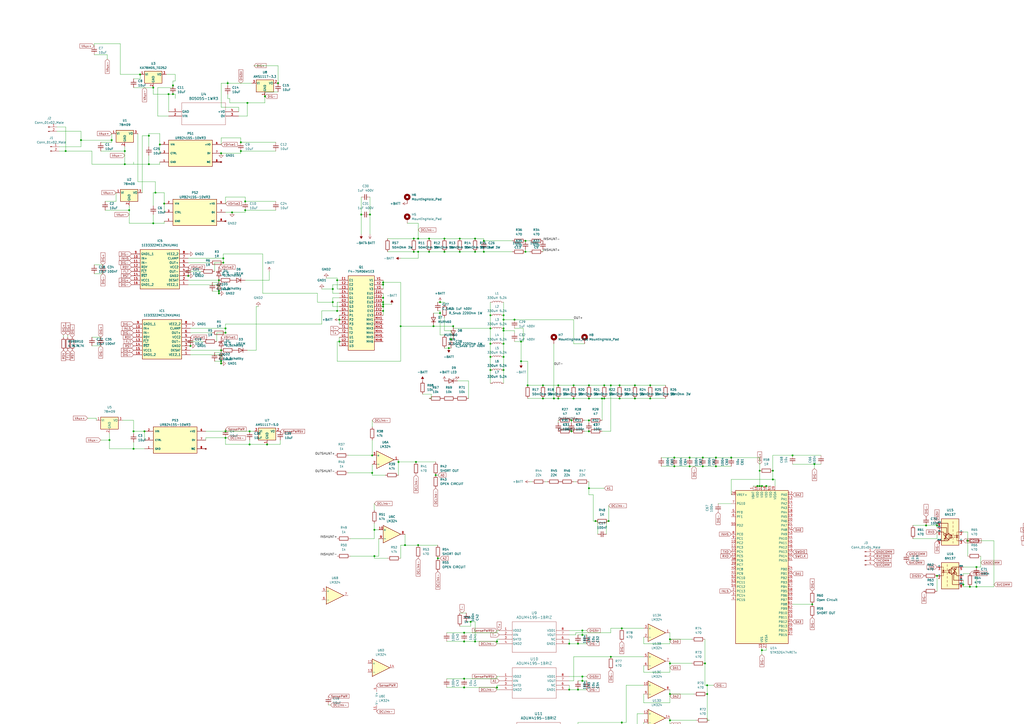
<source format=kicad_sch>
(kicad_sch (version 20230121) (generator eeschema)
  (paper "A2")
  (junction (at 292.1 191.77))
  (junction (at 234.95 316.23))
  (junction (at 260.35 201.93))
  (junction (at 38.1 87.63))
  (junction (at 558.8 339.09))
  (junction (at 284.48 207.01))
  (junction (at 254 323.85))
  (junction (at 298.45 185.42))
  (junction (at 255.27 175.26))
  (junction (at 128.27 88.9))
  (junction (at 339.09 453.39))
  (junction (at 562.61 340.36))
  (junction (at 270.51 452.12))
  (junction (at 354.33 223.52))
  (junction (at 275.59 138.43))
  (junction (at 332.74 231.14))
  (junction (at 130.81 250.19))
  (junction (at 92.71 83.82))
  (junction (at 266.7 146.05))
  (junction (at 100.33 54.61))
  (junction (at 304.8 146.05))
  (junction (at 331.47 250.19))
  (junction (at 153.67 55.88))
  (junction (at 248.92 146.05))
  (junction (at 331.47 458.47))
  (junction (at 154.94 257.81))
  (junction (at 127 170.18))
  (junction (at 314.96 223.52))
  (junction (at 242.57 138.43))
  (junction (at 72.39 95.25))
  (junction (at 139.7 87.63))
  (junction (at 360.68 364.49))
  (junction (at 537.21 304.8))
  (junction (at 341.63 283.21))
  (junction (at 353.06 302.26))
  (junction (at 275.59 372.11))
  (junction (at 284.48 199.39))
  (junction (at 388.62 417.83))
  (junction (at 86.36 78.74))
  (junction (at 292.1 182.88))
  (junction (at 161.29 48.26))
  (junction (at 292.1 199.39))
  (junction (at 232.41 189.23))
  (junction (at 257.81 146.05))
  (junction (at 292.1 431.8))
  (junction (at 128.27 203.2))
  (junction (at 400.05 270.51))
  (junction (at 290.83 458.47))
  (junction (at 231.14 267.97))
  (junction (at 292.1 185.42))
  (junction (at 345.44 302.26))
  (junction (at 280.67 146.05))
  (junction (at 292.1 190.5))
  (junction (at 130.81 190.5))
  (junction (at 63.5 255.27))
  (junction (at 129.54 152.4))
  (junction (at 266.7 138.43))
  (junction (at 127 162.56))
  (junction (at 109.22 160.02))
  (junction (at 337.82 431.8))
  (junction (at 142.24 121.92))
  (junction (at 288.29 372.11))
  (junction (at 262.89 189.23))
  (junction (at 242.57 316.23))
  (junction (at 290.83 453.39))
  (junction (at 217.17 307.34))
  (junction (at 543.56 334.01))
  (junction (at 290.83 430.53))
  (junction (at 132.08 48.26))
  (junction (at 335.28 373.38))
  (junction (at 368.3 223.52))
  (junction (at 251.46 189.23))
  (junction (at 269.24 372.11))
  (junction (at 269.24 398.78))
  (junction (at 441.96 281.94))
  (junction (at 388.62 370.84))
  (junction (at 339.09 450.85))
  (junction (at 74.93 121.92))
  (junction (at 288.29 398.78))
  (junction (at 391.16 270.51))
  (junction (at 407.67 270.51))
  (junction (at 130.81 254))
  (junction (at 64.77 81.28))
  (junction (at 284.48 190.5))
  (junction (at 215.9 274.32))
  (junction (at 271.78 430.53))
  (junction (at 83.82 250.19))
  (junction (at 144.78 250.19))
  (junction (at 415.29 270.51))
  (junction (at 391.16 265.43))
  (junction (at 415.29 265.43))
  (junction (at 222.25 165.1))
  (junction (at 341.63 243.84))
  (junction (at 408.94 384.81))
  (junction (at 314.96 231.14))
  (junction (at 368.3 231.14))
  (junction (at 261.62 196.85))
  (junction (at 248.92 138.43))
  (junction (at 359.41 231.14))
  (junction (at 350.52 231.14))
  (junction (at 448.31 273.05))
  (junction (at 440.69 273.05))
  (junction (at 128.27 209.55))
  (junction (at 337.82 392.43))
  (junction (at 241.3 267.97))
  (junction (at 72.39 87.63))
  (junction (at 81.28 43.18))
  (junction (at 193.04 175.26))
  (junction (at 240.03 146.05))
  (junction (at 222.25 172.72))
  (junction (at 280.67 139.7))
  (junction (at 410.21 397.51))
  (junction (at 95.25 118.11))
  (junction (at 222.25 180.34))
  (junction (at 100.33 49.53))
  (junction (at 222.25 163.83))
  (junction (at 217.17 322.58))
  (junction (at 222.25 176.53))
  (junction (at 240.03 138.43))
  (junction (at 195.58 180.34))
  (junction (at 257.81 138.43))
  (junction (at 273.05 360.68))
  (junction (at 304.8 139.7))
  (junction (at 269.24 367.03))
  (junction (at 196.85 185.42))
  (junction (at 214.63 124.46))
  (junction (at 341.63 223.52))
  (junction (at 361.95 443.23))
  (junction (at 377.19 231.14))
  (junction (at 349.25 231.14))
  (junction (at 448.31 278.13))
  (junction (at 561.34 313.69))
  (junction (at 222.25 177.8))
  (junction (at 337.82 365.76))
  (junction (at 439.42 281.94))
  (junction (at 275.59 146.05))
  (junction (at 134.62 123.19))
  (junction (at 360.68 419.1))
  (junction (at 271.78 425.45))
  (junction (at 46.99 81.28))
  (junction (at 340.36 426.72))
  (junction (at 400.05 265.43))
  (junction (at 130.81 193.04))
  (junction (at 284.48 214.63))
  (junction (at 340.36 424.18))
  (junction (at 128.27 210.82))
  (junction (at 90.17 111.76))
  (junction (at 215.9 264.16))
  (junction (at 252.73 275.59))
  (junction (at 139.7 82.55))
  (junction (at 129.54 149.86))
  (junction (at 407.67 265.43))
  (junction (at 292.1 207.01))
  (junction (at 337.82 368.3))
  (junction (at 323.85 231.14))
  (junction (at 127 168.91))
  (junction (at 332.74 223.52))
  (junction (at 302.26 209.55))
  (junction (at 440.69 281.94))
  (junction (at 566.42 328.93))
  (junction (at 354.33 381))
  (junction (at 88.9 50.8))
  (junction (at 471.17 350.52))
  (junction (at 292.1 426.72))
  (junction (at 143.51 59.69))
  (junction (at 330.2 373.38))
  (junction (at 77.47 250.19))
  (junction (at 193.04 167.64))
  (junction (at 332.74 431.8))
  (junction (at 284.48 182.88))
  (junction (at 110.49 200.66))
  (junction (at 459.74 264.16))
  (junction (at 144.78 257.81))
  (junction (at 209.55 124.46))
  (junction (at 195.58 162.56))
  (junction (at 289.56 457.2))
  (junction (at 306.07 223.52))
  (junction (at 77.47 260.35))
  (junction (at 566.42 340.36))
  (junction (at 330.2 400.05))
  (junction (at 97.79 54.61))
  (junction (at 441.96 377.19))
  (junction (at 410.21 402.59))
  (junction (at 388.62 384.81))
  (junction (at 359.41 223.52))
  (junction (at 341.63 231.14))
  (junction (at 472.44 269.24))
  (junction (at 331.47 243.84))
  (junction (at 350.52 223.52))
  (junction (at 270.51 457.2))
  (junction (at 444.5 281.94))
  (junction (at 222.25 175.26))
  (junction (at 543.56 304.8))
  (junction (at 242.57 146.05))
  (junction (at 292.1 214.63))
  (junction (at 424.18 265.43))
  (junction (at 341.63 250.19))
  (junction (at 88.9 129.54))
  (junction (at 86.36 95.25))
  (junction (at 321.31 231.14))
  (junction (at 377.19 223.52))
  (junction (at 142.24 116.84))
  (junction (at 269.24 393.7))
  (junction (at 323.85 223.52))
  (junction (at 337.82 394.97))
  (junction (at 336.55 458.47))
  (junction (at 255.27 181.61))
  (junction (at 335.28 400.05))
  (junction (at 388.62 402.59))
  (junction (at 196.85 198.12))
  (junction (at 302.26 198.12))
  (wire (pts (xy 373.38 414.02) (xy 369.57 414.02)))
  (wire (pts (xy 415.29 265.43) (xy 424.18 265.43)))
  (wire (pts (xy 232.41 149.86) (xy 242.57 149.86)))
  (wire (pts (xy 377.19 231.14) (xy 386.08 231.14)))
  (wire (pts (xy 369.57 443.23) (xy 361.95 443.23)))
  (wire (pts (xy 436.88 281.94) (xy 439.42 281.94)))
  (wire (pts (xy 88.9 129.54) (xy 95.25 129.54)))
  (wire (pts (xy 193.04 175.26) (xy 193.04 177.8)))
  (wire (pts (xy 152.4 170.18) (xy 184.15 170.18)))
  (wire (pts (xy 71.12 243.84) (xy 77.47 243.84)))
  (wire (pts (xy 153.67 53.34) (xy 153.67 55.88)))
  (wire (pts (xy 209.55 114.3) (xy 209.55 124.46)))
  (wire (pts (xy 290.83 424.18) (xy 292.1 424.18)))
  (wire (pts (xy 266.7 363.22) (xy 273.05 363.22)))
  (wire (pts (xy 195.58 175.26) (xy 195.58 180.34)))
  (wire (pts (xy 373.38 397.51) (xy 363.22 397.51)))
  (wire (pts (xy 290.83 430.53) (xy 290.83 431.8)))
  (wire (pts (xy 64.77 82.55) (xy 64.77 81.28)))
  (wire (pts (xy 124.46 157.48) (xy 124.46 152.4)))
  (wire (pts (xy 270.51 452.12) (xy 289.56 452.12)))
  (wire (pts (xy 69.85 43.18) (xy 69.85 25.4)))
  (wire (pts (xy 271.78 425.45) (xy 290.83 425.45)))
  (wire (pts (xy 186.69 187.96) (xy 186.69 180.34)))
  (wire (pts (xy 316.23 279.4) (xy 317.5 279.4)))
  (wire (pts (xy 332.74 199.39) (xy 332.74 185.42)))
  (wire (pts (xy 335.28 368.3) (xy 337.82 368.3)))
  (wire (pts (xy 88.9 54.61) (xy 88.9 50.8)))
  (wire (pts (xy 81.28 43.18) (xy 69.85 43.18)))
  (wire (pts (xy 148.59 177.8) (xy 149.86 177.8)))
  (wire (pts (xy 127 165.1) (xy 127 168.91)))
  (wire (pts (xy 289.56 458.47) (xy 290.83 458.47)))
  (wire (pts (xy 448.31 273.05) (xy 448.31 278.13)))
  (wire (pts (xy 373.38 419.1) (xy 373.38 422.91)))
  (wire (pts (xy 288.29 370.84) (xy 288.29 372.11)))
  (wire (pts (xy 339.09 450.85) (xy 339.09 453.39)))
  (wire (pts (xy 568.96 322.58) (xy 568.96 328.93)))
  (wire (pts (xy 33.02 73.66) (xy 38.1 73.66)))
  (wire (pts (xy 209.55 124.46) (xy 209.55 135.89)))
  (wire (pts (xy 109.22 157.48) (xy 116.84 157.48)))
  (wire (pts (xy 337.82 392.43) (xy 330.2 392.43)))
  (wire (pts (xy 259.08 372.11) (xy 269.24 372.11)))
  (wire (pts (xy 262.89 190.5) (xy 262.89 189.23)))
  (wire (pts (xy 77.47 250.19) (xy 77.47 251.46)))
  (wire (pts (xy 58.42 82.55) (xy 64.77 82.55)))
  (wire (pts (xy 124.46 152.4) (xy 129.54 152.4)))
  (wire (pts (xy 63.5 255.27) (xy 63.5 260.35)))
  (wire (pts (xy 292.1 191.77) (xy 292.1 199.39)))
  (wire (pts (xy 337.82 365.76) (xy 337.82 368.3)))
  (wire (pts (xy 142.24 121.92) (xy 142.24 123.19)))
  (wire (pts (xy 298.45 191.77) (xy 292.1 191.77)))
  (wire (pts (xy 331.47 243.84) (xy 331.47 245.11)))
  (wire (pts (xy 39.37 194.31) (xy 39.37 195.58)))
  (wire (pts (xy 231.14 267.97) (xy 231.14 275.59)))
  (wire (pts (xy 119.38 254) (xy 119.38 255.27)))
  (wire (pts (xy 124.46 204.47) (xy 128.27 204.47)))
  (wire (pts (xy 201.93 274.32) (xy 215.9 274.32)))
  (wire (pts (xy 330.2 397.51) (xy 330.2 400.05)))
  (wire (pts (xy 88.9 111.76) (xy 90.17 111.76)))
  (wire (pts (xy 373.38 422.91) (xy 388.62 422.91)))
  (wire (pts (xy 240.03 146.05) (xy 242.57 146.05)))
  (wire (pts (xy 289.56 452.12) (xy 289.56 450.85)))
  (wire (pts (xy 388.62 367.03) (xy 388.62 370.84)))
  (wire (pts (xy 388.62 402.59) (xy 402.59 402.59)))
  (wire (pts (xy 250.19 231.14) (xy 248.92 231.14)))
  (wire (pts (xy 196.85 165.1) (xy 193.04 165.1)))
  (wire (pts (xy 54.61 31.75) (xy 62.23 31.75)))
  (wire (pts (xy 161.29 38.1) (xy 161.29 48.26)))
  (wire (pts (xy 410.21 417.83) (xy 411.48 417.83)))
  (wire (pts (xy 74.93 129.54) (xy 88.9 129.54)))
  (wire (pts (xy 290.83 425.45) (xy 290.83 424.18)))
  (wire (pts (xy 128.27 209.55) (xy 128.27 210.82)))
  (wire (pts (xy 558.8 336.55) (xy 558.8 339.09)))
  (wire (pts (xy 195.58 162.56) (xy 196.85 162.56)))
  (wire (pts (xy 280.67 146.05) (xy 275.59 146.05)))
  (wire (pts (xy 288.29 392.43) (xy 289.56 392.43)))
  (wire (pts (xy 242.57 149.86) (xy 242.57 146.05)))
  (wire (pts (xy 345.44 302.26) (xy 346.71 302.26)))
  (wire (pts (xy 257.81 201.93) (xy 260.35 201.93)))
  (wire (pts (xy 537.21 304.8) (xy 543.56 304.8)))
  (wire (pts (xy 260.35 452.12) (xy 270.51 452.12)))
  (wire (pts (xy 134.62 123.19) (xy 130.81 123.19)))
  (wire (pts (xy 95.25 129.54) (xy 95.25 128.27)))
  (wire (pts (xy 156.21 157.48) (xy 156.21 162.56)))
  (wire (pts (xy 340.36 426.72) (xy 342.9 426.72)))
  (wire (pts (xy 53.34 200.66) (xy 58.42 200.66)))
  (wire (pts (xy 234.95 309.88) (xy 234.95 316.23)))
  (wire (pts (xy 152.4 147.32) (xy 152.4 170.18)))
  (wire (pts (xy 142.24 114.3) (xy 130.81 114.3)))
  (wire (pts (xy 132.08 54.61) (xy 132.08 57.15)))
  (wire (pts (xy 440.69 273.05) (xy 440.69 281.94)))
  (wire (pts (xy 214.63 114.3) (xy 214.63 124.46)))
  (wire (pts (xy 388.62 384.81) (xy 388.62 383.54)))
  (wire (pts (xy 144.78 255.27) (xy 144.78 257.81)))
  (wire (pts (xy 64.77 81.28) (xy 64.77 77.47)))
  (wire (pts (xy 74.93 119.38) (xy 74.93 121.92)))
  (wire (pts (xy 568.96 328.93) (xy 566.42 328.93)))
  (wire (pts (xy 132.08 48.26) (xy 146.05 48.26)))
  (wire (pts (xy 273.05 360.68) (xy 275.59 360.68)))
  (wire (pts (xy 143.51 67.31) (xy 143.51 59.69)))
  (wire (pts (xy 80.01 105.41) (xy 90.17 105.41)))
  (wire (pts (xy 292.1 185.42) (xy 292.1 190.5)))
  (wire (pts (xy 335.28 400.05) (xy 340.36 400.05)))
  (wire (pts (xy 252.73 275.59) (xy 254 275.59)))
  (wire (pts (xy 69.85 25.4) (xy 54.61 25.4)))
  (wire (pts (xy 271.78 430.53) (xy 290.83 430.53)))
  (wire (pts (xy 257.81 146.05) (xy 266.7 146.05)))
  (wire (pts (xy 351.79 302.26) (xy 351.79 309.88)))
  (wire (pts (xy 261.62 191.77) (xy 261.62 196.85)))
  (wire (pts (xy 297.18 139.7) (xy 280.67 139.7)))
  (wire (pts (xy 186.69 167.64) (xy 193.04 167.64)))
  (wire (pts (xy 203.2 322.58) (xy 217.17 322.58)))
  (wire (pts (xy 304.8 139.7) (xy 307.34 139.7)))
  (wire (pts (xy 91.44 67.31) (xy 91.44 50.8)))
  (wire (pts (xy 330.2 370.84) (xy 330.2 373.38)))
  (wire (pts (xy 342.9 424.18) (xy 340.36 424.18)))
  (wire (pts (xy 128.27 80.01) (xy 128.27 83.82)))
  (wire (pts (xy 307.34 279.4) (xy 308.61 279.4)))
  (wire (pts (xy 302.26 210.82) (xy 302.26 209.55)))
  (wire (pts (xy 332.74 394.97) (xy 330.2 394.97)))
  (wire (pts (xy 410.21 397.51) (xy 410.21 402.59)))
  (wire (pts (xy 558.8 308.61) (xy 561.34 308.61)))
  (wire (pts (xy 82.55 111.76) (xy 82.55 78.74)))
  (wire (pts (xy 234.95 316.23) (xy 232.41 316.23)))
  (wire (pts (xy 341.63 450.85) (xy 339.09 450.85)))
  (wire (pts (xy 231.14 267.97) (xy 241.3 267.97)))
  (wire (pts (xy 88.9 124.46) (xy 88.9 129.54)))
  (wire (pts (xy 561.34 308.61) (xy 561.34 313.69)))
  (wire (pts (xy 288.29 397.51) (xy 288.29 398.78)))
  (wire (pts (xy 288.29 372.11) (xy 288.29 373.38)))
  (wire (pts (xy 441.96 377.19) (xy 441.96 379.73)))
  (wire (pts (xy 33.02 76.2) (xy 46.99 76.2)))
  (wire (pts (xy 284.48 214.63) (xy 284.48 222.25)))
  (wire (pts (xy 110.49 190.5) (xy 130.81 190.5)))
  (wire (pts (xy 132.08 48.26) (xy 132.08 49.53)))
  (wire (pts (xy 217.17 303.53) (xy 217.17 307.34)))
  (wire (pts (xy 255.27 175.26) (xy 257.81 175.26)))
  (wire (pts (xy 232.41 163.83) (xy 232.41 189.23)))
  (wire (pts (xy 153.67 59.69) (xy 153.67 55.88)))
  (wire (pts (xy 288.29 398.78) (xy 288.29 400.05)))
  (wire (pts (xy 142.24 114.3) (xy 142.24 116.84)))
  (wire (pts (xy 459.74 264.16) (xy 476.25 264.16)))
  (wire (pts (xy 88.9 119.38) (xy 88.9 111.76)))
  (wire (pts (xy 46.99 76.2) (xy 46.99 81.28)))
  (wire (pts (xy 222.25 163.83) (xy 222.25 165.1)))
  (wire (pts (xy 132.08 254) (xy 130.81 254)))
  (wire (pts (xy 306.07 231.14) (xy 314.96 231.14)))
  (wire (pts (xy 189.23 161.29) (xy 195.58 161.29)))
  (wire (pts (xy 266.7 138.43) (xy 275.59 138.43)))
  (wire (pts (xy 222.25 163.83) (xy 232.41 163.83)))
  (wire (pts (xy 373.38 364.49) (xy 360.68 364.49)))
  (wire (pts (xy 193.04 165.1) (xy 193.04 167.64)))
  (wire (pts (xy 62.23 31.75) (xy 62.23 34.29)))
  (wire (pts (xy 80.01 77.47) (xy 80.01 105.41)))
  (wire (pts (xy 562.61 332.74) (xy 558.8 332.74)))
  (wire (pts (xy 284.48 199.39) (xy 284.48 207.01)))
  (wire (pts (xy 335.28 373.38) (xy 330.2 373.38)))
  (wire (pts (xy 261.62 425.45) (xy 271.78 425.45)))
  (wire (pts (xy 53.34 195.58) (xy 58.42 195.58)))
  (wire (pts (xy 109.22 149.86) (xy 129.54 149.86)))
  (wire (pts (xy 248.92 138.43) (xy 257.81 138.43)))
  (wire (pts (xy 90.17 105.41) (xy 90.17 111.76)))
  (wire (pts (xy 240.03 138.43) (xy 242.57 138.43)))
  (wire (pts (xy 346.71 309.88) (xy 346.71 302.26)))
  (wire (pts (xy 86.36 90.17) (xy 86.36 95.25)))
  (wire (pts (xy 280.67 139.7) (xy 280.67 138.43)))
  (wire (pts (xy 232.41 209.55) (xy 195.58 209.55)))
  (wire (pts (xy 275.59 360.68) (xy 275.59 372.11)))
  (wire (pts (xy 133.35 59.69) (xy 133.35 57.15)))
  (wire (pts (xy 332.74 223.52) (xy 341.63 223.52)))
  (wire (pts (xy 335.28 426.72) (xy 332.74 426.72)))
  (wire (pts (xy 86.36 77.47) (xy 92.71 77.47)))
  (wire (pts (xy 341.63 279.4) (xy 341.63 283.21)))
  (wire (pts (xy 340.36 392.43) (xy 337.82 392.43)))
  (wire (pts (xy 125.73 198.12) (xy 125.73 193.04)))
  (wire (pts (xy 222.25 172.72) (xy 222.25 175.26)))
  (wire (pts (xy 88.9 54.61) (xy 97.79 54.61)))
  (wire (pts (xy 109.22 165.1) (xy 127 165.1)))
  (wire (pts (xy 377.19 223.52) (xy 386.08 223.52)))
  (wire (pts (xy 368.3 231.14) (xy 377.19 231.14)))
  (wire (pts (xy 391.16 270.51) (xy 400.05 270.51)))
  (wire (pts (xy 255.27 194.31) (xy 255.27 181.61)))
  (wire (pts (xy 408.94 397.51) (xy 410.21 397.51)))
  (wire (pts (xy 543.56 304.8) (xy 543.56 306.07)))
  (wire (pts (xy 334.01 367.03) (xy 334.01 368.3)))
  (wire (pts (xy 90.17 111.76) (xy 95.25 111.76)))
  (wire (pts (xy 292.1 429.26) (xy 290.83 429.26)))
  (wire (pts (xy 259.08 398.78) (xy 269.24 398.78)))
  (wire (pts (xy 222.25 176.53) (xy 227.33 176.53)))
  (wire (pts (xy 77.47 45.72) (xy 81.28 45.72)))
  (wire (pts (xy 222.25 170.18) (xy 222.25 172.72)))
  (wire (pts (xy 255.27 180.34) (xy 254 180.34)))
  (wire (pts (xy 284.48 175.26) (xy 284.48 182.88)))
  (wire (pts (xy 77.47 260.35) (xy 83.82 260.35)))
  (wire (pts (xy 139.7 88.9) (xy 128.27 88.9)))
  (wire (pts (xy 354.33 367.03) (xy 334.01 367.03)))
  (wire (pts (xy 54.61 153.67) (xy 59.69 153.67)))
  (wire (pts (xy 339.09 243.84) (xy 341.63 243.84)))
  (wire (pts (xy 38.1 87.63) (xy 53.34 87.63)))
  (wire (pts (xy 289.56 370.84) (xy 288.29 370.84)))
  (wire (pts (xy 261.62 430.53) (xy 271.78 430.53)))
  (wire (pts (xy 254 323.85) (xy 255.27 323.85)))
  (wire (pts (xy 257.81 175.26) (xy 257.81 176.53)))
  (wire (pts (xy 119.38 250.19) (xy 130.81 250.19)))
  (wire (pts (xy 373.38 369.57) (xy 373.38 373.38)))
  (wire (pts (xy 148.59 203.2) (xy 148.59 177.8)))
  (wire (pts (xy 449.58 278.13) (xy 449.58 281.94)))
  (wire (pts (xy 92.71 95.25) (xy 92.71 93.98)))
  (wire (pts (xy 440.69 281.94) (xy 441.96 281.94)))
  (wire (pts (xy 77.47 250.19) (xy 83.82 250.19)))
  (wire (pts (xy 251.46 181.61) (xy 255.27 181.61)))
  (wire (pts (xy 260.35 457.2) (xy 270.51 457.2)))
  (wire (pts (xy 441.96 281.94) (xy 444.5 281.94)))
  (wire (pts (xy 77.47 93.98) (xy 77.47 95.25)))
  (wire (pts (xy 101.6 57.15) (xy 101.6 54.61)))
  (wire (pts (xy 321.31 199.39) (xy 321.31 231.14)))
  (wire (pts (xy 269.24 367.03) (xy 288.29 367.03)))
  (wire (pts (xy 378.46 435.61) (xy 378.46 440.69)))
  (wire (pts (xy 139.7 80.01) (xy 128.27 80.01)))
  (wire (pts (xy 130.81 193.04) (xy 130.81 190.5)))
  (wire (pts (xy 354.33 250.19) (xy 354.33 223.52)))
  (wire (pts (xy 72.39 95.25) (xy 86.36 95.25)))
  (wire (pts (xy 302.26 198.12) (xy 303.53 198.12)))
  (wire (pts (xy 223.52 275.59) (xy 215.9 275.59)))
  (wire (pts (xy 388.62 407.67) (xy 388.62 402.59)))
  (wire (pts (xy 193.04 172.72) (xy 193.04 175.26)))
  (wire (pts (xy 133.35 57.15) (xy 132.08 57.15)))
  (wire (pts (xy 86.36 85.09) (xy 86.36 78.74)))
  (wire (pts (xy 306.07 209.55) (xy 306.07 223.52)))
  (wire (pts (xy 345.44 302.26) (xy 344.17 302.26)))
  (wire (pts (xy 222.25 175.26) (xy 222.25 176.53)))
  (wire (pts (xy 289.56 457.2) (xy 289.56 458.47)))
  (wire (pts (xy 101.6 54.61) (xy 100.33 54.61)))
  (wire (pts (xy 142.24 116.84) (xy 160.02 116.84)))
  (wire (pts (xy 251.46 189.23) (xy 262.89 189.23)))
  (wire (pts (xy 138.43 64.77) (xy 138.43 62.23)))
  (wire (pts (xy 383.54 265.43) (xy 391.16 265.43)))
  (wire (pts (xy 323.85 223.52) (xy 332.74 223.52)))
  (wire (pts (xy 219.71 322.58) (xy 219.71 312.42)))
  (wire (pts (xy 337.82 431.8) (xy 332.74 431.8)))
  (wire (pts (xy 195.58 167.64) (xy 195.58 162.56)))
  (wire (pts (xy 292.1 199.39) (xy 292.1 207.01)))
  (wire (pts (xy 335.28 419.1) (xy 335.28 426.72)))
  (wire (pts (xy 91.44 50.8) (xy 100.33 50.8)))
  (wire (pts (xy 101.6 43.18) (xy 101.6 46.99)))
  (wire (pts (xy 298.45 198.12) (xy 302.26 198.12)))
  (wire (pts (xy 143.51 59.69) (xy 153.67 59.69)))
  (wire (pts (xy 321.31 231.14) (xy 323.85 231.14)))
  (wire (pts (xy 144.78 250.19) (xy 147.32 250.19)))
  (wire (pts (xy 110.49 203.2) (xy 128.27 203.2)))
  (wire (pts (xy 368.3 223.52) (xy 377.19 223.52)))
  (wire (pts (xy 196.85 167.64) (xy 195.58 167.64)))
  (wire (pts (xy 360.68 419.1) (xy 335.28 419.1)))
  (wire (pts (xy 332.74 279.4) (xy 334.01 279.4)))
  (wire (pts (xy 472.44 269.24) (xy 476.25 269.24)))
  (wire (pts (xy 259.08 367.03) (xy 269.24 367.03)))
  (wire (pts (xy 55.88 242.57) (xy 55.88 243.84)))
  (wire (pts (xy 323.85 231.14) (xy 332.74 231.14)))
  (wire (pts (xy 336.55 458.47) (xy 341.63 458.47)))
  (wire (pts (xy 265.43 220.98) (xy 271.78 220.98)))
  (wire (pts (xy 290.83 431.8) (xy 292.1 431.8)))
  (wire (pts (xy 400.05 270.51) (xy 407.67 270.51)))
  (wire (pts (xy 92.71 83.82) (xy 92.71 88.9)))
  (wire (pts (xy 196.85 185.42) (xy 196.85 187.96)))
  (wire (pts (xy 280.67 146.05) (xy 297.18 146.05)))
  (wire (pts (xy 144.78 257.81) (xy 154.94 257.81)))
  (wire (pts (xy 543.56 312.42) (xy 543.56 308.61)))
  (wire (pts (xy 292.1 214.63) (xy 292.1 222.25)))
  (wire (pts (xy 139.7 87.63) (xy 139.7 88.9)))
  (wire (pts (xy 232.41 189.23) (xy 232.41 209.55)))
  (wire (pts (xy 193.04 177.8) (xy 196.85 177.8)))
  (wire (pts (xy 110.49 205.74) (xy 128.27 205.74)))
  (wire (pts (xy 360.68 364.49) (xy 354.33 364.49)))
  (wire (pts (xy 266.7 146.05) (xy 275.59 146.05)))
  (wire (pts (xy 72.39 85.09) (xy 72.39 87.63)))
  (wire (pts (xy 217.17 292.1) (xy 217.17 295.91)))
  (wire (pts (xy 74.93 121.92) (xy 74.93 129.54)))
  (wire (pts (xy 58.42 87.63) (xy 72.39 87.63)))
  (wire (pts (xy 339.09 453.39) (xy 341.63 453.39)))
  (wire (pts (xy 414.02 397.51) (xy 410.21 397.51)))
  (wire (pts (xy 217.17 323.85) (xy 217.17 322.58)))
  (wire (pts (xy 214.63 124.46) (xy 214.63 135.89)))
  (wire (pts (xy 388.62 384.81) (xy 401.32 384.81)))
  (wire (pts (xy 82.55 78.74) (xy 86.36 78.74)))
  (wire (pts (xy 408.94 384.81) (xy 408.94 397.51)))
  (wire (pts (xy 336.55 458.47) (xy 331.47 458.47)))
  (wire (pts (xy 142.24 162.56) (xy 156.21 162.56)))
  (wire (pts (xy 289.56 455.93) (xy 289.56 457.2)))
  (wire (pts (xy 242.57 138.43) (xy 248.92 138.43)))
  (wire (pts (xy 269.24 372.11) (xy 275.59 372.11)))
  (wire (pts (xy 186.69 180.34) (xy 195.58 180.34)))
  (wire (pts (xy 236.22 129.54) (xy 242.57 129.54)))
  (wire (pts (xy 292.1 175.26) (xy 292.1 182.88)))
  (wire (pts (xy 224.79 138.43) (xy 240.03 138.43)))
  (wire (pts (xy 224.79 323.85) (xy 217.17 323.85)))
  (wire (pts (xy 54.61 25.4) (xy 54.61 26.67)))
  (wire (pts (xy 130.81 257.81) (xy 130.81 254)))
  (wire (pts (xy 292.1 190.5) (xy 292.1 191.77)))
  (wire (pts (xy 298.45 190.5) (xy 303.53 190.5)))
  (wire (pts (xy 543.56 334.01) (xy 543.56 342.9)))
  (wire (pts (xy 95.25 111.76) (xy 95.25 118.11)))
  (wire (pts (xy 280.67 144.78) (xy 280.67 146.05)))
  (wire (pts (xy 110.49 198.12) (xy 118.11 198.12)))
  (wire (pts (xy 92.71 77.47) (xy 92.71 83.82)))
  (wire (pts (xy 222.25 162.56) (xy 222.25 163.83)))
  (wire (pts (xy 196.85 175.26) (xy 195.58 175.26)))
  (wire (pts (xy 440.69 265.43) (xy 440.69 273.05)))
  (wire (pts (xy 351.79 302.26) (xy 353.06 302.26)))
  (wire (pts (xy 335.28 394.97) (xy 337.82 394.97)))
  (wire (pts (xy 269.24 398.78) (xy 288.29 398.78)))
  (wire (pts (xy 257.81 184.15) (xy 257.81 191.77)))
  (wire (pts (xy 388.62 402.59) (xy 388.62 400.05)))
  (wire (pts (xy 336.55 453.39) (xy 339.09 453.39)))
  (wire (pts (xy 222.25 180.34) (xy 222.25 182.88)))
  (wire (pts (xy 288.29 365.76) (xy 289.56 365.76)))
  (wire (pts (xy 270.51 360.68) (xy 273.05 360.68)))
  (wire (pts (xy 129.54 147.32) (xy 152.4 147.32)))
  (wire (pts (xy 255.27 194.31) (xy 257.81 194.31)))
  (wire (pts (xy 46.99 81.28) (xy 64.77 81.28)))
  (wire (pts (xy 184.15 170.18) (xy 184.15 175.26)))
  (wire (pts (xy 386.08 430.53) (xy 378.46 430.53)))
  (wire (pts (xy 459.74 269.24) (xy 472.44 269.24)))
  (wire (pts (xy 242.57 146.05) (xy 248.92 146.05)))
  (wire (pts (xy 142.24 121.92) (xy 160.02 121.92)))
  (wire (pts (xy 335.28 453.39) (xy 331.47 453.39)))
  (wire (pts (xy 284.48 190.5) (xy 284.48 199.39)))
  (wire (pts (xy 195.58 209.55) (xy 195.58 198.12)))
  (wire (pts (xy 558.8 340.36) (xy 558.8 339.09)))
  (wire (pts (xy 354.33 364.49) (xy 354.33 367.03)))
  (wire (pts (xy 248.92 146.05) (xy 257.81 146.05)))
  (wire (pts (xy 373.38 407.67) (xy 388.62 407.67)))
  (wire (pts (xy 284.48 190.5) (xy 262.89 190.5)))
  (wire (pts (xy 161.29 53.34) (xy 153.67 53.34)))
  (wire (pts (xy 292.1 182.88) (xy 292.1 185.42)))
  (wire (pts (xy 232.41 189.23) (xy 251.46 189.23)))
  (wire (pts (xy 408.94 370.84) (xy 408.94 384.81)))
  (wire (pts (xy 72.39 87.63) (xy 72.39 95.25)))
  (wire (pts (xy 190.5 408.94) (xy 191.77 408.94)))
  (wire (pts (xy 109.22 162.56) (xy 127 162.56)))
  (wire (pts (xy 193.04 170.18) (xy 196.85 170.18)))
  (wire (pts (xy 77.47 50.8) (xy 88.9 50.8)))
  (wire (pts (xy 331.47 455.93) (xy 331.47 458.47)))
  (wire (pts (xy 222.25 176.53) (xy 222.25 177.8)))
  (wire (pts (xy 196.85 182.88) (xy 196.85 185.42)))
  (wire (pts (xy 128.27 205.74) (xy 128.27 209.55)))
  (wire (pts (xy 339.09 199.39) (xy 332.74 199.39)))
  (wire (pts (xy 77.47 243.84) (xy 77.47 250.19)))
  (wire (pts (xy 67.31 111.76) (xy 67.31 116.84)))
  (wire (pts (xy 388.62 417.83) (xy 388.62 416.56)))
  (wire (pts (xy 363.22 397.51) (xy 363.22 419.1)))
  (wire (pts (xy 314.96 144.78) (xy 314.96 146.05)))
  (wire (pts (xy 407.67 265.43) (xy 415.29 265.43)))
  (wire (pts (xy 306.07 223.52) (xy 314.96 223.52)))
  (wire (pts (xy 133.35 59.69) (xy 143.51 59.69)))
  (wire (pts (xy 407.67 270.51) (xy 415.29 270.51)))
  (wire (pts (xy 576.58 313.69) (xy 576.58 340.36)))
  (wire (pts (xy 332.74 429.26) (xy 332.74 431.8)))
  (wire (pts (xy 410.21 402.59) (xy 410.21 417.83)))
  (wire (pts (xy 386.08 435.61) (xy 378.46 435.61)))
  (wire (pts (xy 128.27 48.26) (xy 132.08 48.26)))
  (wire (pts (xy 350.52 283.21) (xy 341.63 283.21)))
  (wire (pts (xy 302.26 209.55) (xy 306.07 209.55)))
  (wire (pts (xy 323.85 243.84) (xy 323.85 245.11)))
  (wire (pts (xy 361.95 443.23) (xy 335.28 443.23)))
  (wire (pts (xy 162.56 257.81) (xy 154.94 257.81)))
  (wire (pts (xy 292.1 207.01) (xy 292.1 214.63)))
  (wire (pts (xy 287.02 453.39) (xy 290.83 453.39)))
  (wire (pts (xy 34.29 87.63) (xy 38.1 87.63)))
  (wire (pts (xy 123.19 168.91) (xy 127 168.91)))
  (wire (pts (xy 289.56 397.51) (xy 288.29 397.51)))
  (wire (pts (xy 97.79 64.77) (xy 97.79 54.61)))
  (wire (pts (xy 130.81 250.19) (xy 130.81 248.92)))
  (wire (pts (xy 241.3 267.97) (xy 252.73 267.97)))
  (wire (pts (xy 139.7 82.55) (xy 160.02 82.55)))
  (wire (pts (xy 337.82 431.8) (xy 342.9 431.8)))
  (wire (pts (xy 130.81 190.5) (xy 130.81 187.96)))
  (wire (pts (xy 363.22 419.1) (xy 360.68 419.1)))
  (wire (pts (xy 215.9 275.59) (xy 215.9 274.32)))
  (wire (pts (xy 378.46 430.53) (xy 378.46 425.45)))
  (wire (pts (xy 373.38 389.89) (xy 388.62 389.89)))
  (wire (pts (xy 388.62 370.84) (xy 388.62 373.38)))
  (wire (pts (xy 203.2 312.42) (xy 217.17 312.42)))
  (wire (pts (xy 383.54 270.51) (xy 391.16 270.51)))
  (wire (pts (xy 401.32 370.84) (xy 388.62 370.84)))
  (wire (pts (xy 81.28 43.18) (xy 81.28 45.72)))
  (wire (pts (xy 86.36 78.74) (xy 86.36 77.47)))
  (wire (pts (xy 184.15 175.26) (xy 193.04 175.26)))
  (wire (pts (xy 34.29 85.09) (xy 46.99 85.09)))
  (wire (pts (xy 196.85 198.12) (xy 196.85 200.66)))
  (wire (pts (xy 337.82 394.97) (xy 340.36 394.97)))
  (wire (pts (xy 95.25 118.11) (xy 95.25 123.19)))
  (wire (pts (xy 340.36 365.76) (xy 337.82 365.76)))
  (wire (pts (xy 100.33 46.99) (xy 100.33 49.53)))
  (wire (pts (xy 298.45 193.04) (xy 298.45 191.77)))
  (wire (pts (xy 337.82 426.72) (xy 340.36 426.72)))
  (wire (pts (xy 195.58 198.12) (xy 196.85 198.12)))
  (wire (pts (xy 349.25 231.14) (xy 350.52 231.14)))
  (wire (pts (xy 100.33 46.99) (xy 101.6 46.99)))
  (wire (pts (xy 124.46 209.55) (xy 128.27 209.55)))
  (wire (pts (xy 416.56 292.1) (xy 424.18 292.1)))
  (wire (pts (xy 83.82 250.19) (xy 83.82 255.27)))
  (wire (pts (xy 335.28 443.23) (xy 335.28 453.39)))
  (wire (pts (xy 266.7 355.6) (xy 270.51 355.6)))
  (wire (pts (xy 215.9 243.84) (xy 215.9 247.65)))
  (wire (pts (xy 130.81 114.3) (xy 130.81 118.11)))
  (wire (pts (xy 373.38 402.59) (xy 373.38 407.67)))
  (wire (pts (xy 86.36 95.25) (xy 92.71 95.25)))
  (wire (pts (xy 196.85 195.58) (xy 196.85 198.12)))
  (wire (pts (xy 288.29 393.7) (xy 288.29 392.43)))
  (wire (pts (xy 130.81 250.19) (xy 144.78 250.19)))
  (wire (pts (xy 60.96 116.84) (xy 67.31 116.84)))
  (wire (pts (xy 271.78 220.98) (xy 271.78 231.14)))
  (wire (pts (xy 337.82 368.3) (xy 340.36 368.3)))
  (wire (pts (xy 543.56 303.53) (xy 543.56 304.8)))
  (wire (pts (xy 109.22 152.4) (xy 121.92 152.4)))
  (wire (pts (xy 58.42 255.27) (xy 63.5 255.27)))
  (wire (pts (xy 561.34 313.69) (xy 561.34 322.58)))
  (wire (pts (xy 337.82 392.43) (xy 337.82 394.97)))
  (wire (pts (xy 339.09 250.19) (xy 341.63 250.19)))
  (wire (pts (xy 261.62 196.85) (xy 262.89 196.85)))
  (wire (pts (xy 130.81 187.96) (xy 186.69 187.96)))
  (wire (pts (xy 350.52 223.52) (xy 354.33 223.52)))
  (wire (pts (xy 242.57 316.23) (xy 254 316.23)))
  (wire (pts (xy 566.42 340.36) (xy 562.61 340.36)))
  (wire (pts (xy 288.29 426.72) (xy 292.1 426.72)))
  (wire (pts (xy 302.26 209.55) (xy 302.26 198.12)))
  (wire (pts (xy 288.29 367.03) (xy 288.29 365.76)))
  (wire (pts (xy 529.59 304.8) (xy 537.21 304.8)))
  (wire (pts (xy 128.27 204.47) (xy 128.27 203.2)))
  (wire (pts (xy 46.99 85.09) (xy 46.99 81.28)))
  (wire (pts (xy 36.83 194.31) (xy 36.83 195.58)))
  (wire (pts (xy 224.79 146.05) (xy 240.03 146.05)))
  (wire (pts (xy 332.74 185.42) (xy 298.45 185.42)))
  (wire (pts (xy 341.63 243.84) (xy 341.63 245.11)))
  (wire (pts (xy 341.63 287.02) (xy 344.17 287.02)))
  (wire (pts (xy 222.25 165.1) (xy 222.25 167.64)))
  (wire (pts (xy 128.27 62.23) (xy 128.27 48.26)))
  (wire (pts (xy 350.52 231.14) (xy 359.41 231.14)))
  (wire (pts (xy 290.83 455.93) (xy 289.56 455.93)))
  (wire (pts (xy 60.96 121.92) (xy 74.93 121.92)))
  (wire (pts (xy 349.25 243.84) (xy 349.25 231.14)))
  (wire (pts (xy 290.83 429.26) (xy 290.83 430.53)))
  (wire (pts (xy 219.71 322.58) (xy 217.17 322.58)))
  (wire (pts (xy 339.09 450.85) (xy 331.47 450.85)))
  (wire (pts (xy 288.29 400.05) (xy 289.56 400.05)))
  (wire (pts (xy 359.41 223.52) (xy 368.3 223.52)))
  (wire (pts (xy 139.7 80.01) (xy 139.7 82.55)))
  (wire (pts (xy 96.52 43.18) (xy 101.6 43.18)))
  (wire (pts (xy 359.41 231.14) (xy 368.3 231.14)))
  (wire (pts (xy 388.62 422.91) (xy 388.62 417.83)))
  (wire (pts (xy 444.5 375.92) (xy 444.5 377.19)))
  (wire (pts (xy 415.29 270.51) (xy 424.18 270.51)))
  (wire (pts (xy 459.74 264.16) (xy 448.31 264.16)))
  (wire (pts (xy 441.96 377.19) (xy 444.5 377.19)))
  (wire (pts (xy 314.96 231.14) (xy 321.31 231.14)))
  (wire (pts (xy 354.33 381) (xy 332.74 381)))
  (wire (pts (xy 388.62 389.89) (xy 388.62 384.81)))
  (wire (pts (xy 250.19 228.6) (xy 250.19 231.14)))
  (wire (pts (xy 298.45 185.42) (xy 292.1 185.42)))
  (wire (pts (xy 424.18 278.13) (xy 448.31 278.13)))
  (wire (pts (xy 132.08 46.99) (xy 132.08 48.26)))
  (wire (pts (xy 269.24 393.7) (xy 288.29 393.7)))
  (wire (pts (xy 566.42 334.01) (xy 566.42 340.36)))
  (wire (pts (xy 143.51 203.2) (xy 148.59 203.2)))
  (wire (pts (xy 242.57 129.54) (xy 242.57 138.43)))
  (wire (pts (xy 195.58 180.34) (xy 196.85 180.34)))
  (wire (pts (xy 340.36 424.18) (xy 340.36 426.72)))
  (wire (pts (xy 139.7 87.63) (xy 160.02 87.63)))
  (wire (pts (xy 129.54 152.4) (xy 129.54 149.86)))
  (wire (pts (xy 349.25 250.19) (xy 354.33 250.19)))
  (wire (pts (xy 332.74 231.14) (xy 341.63 231.14)))
  (wire (pts (xy 341.63 283.21) (xy 341.63 287.02)))
  (wire (pts (xy 222.25 177.8) (xy 222.25 180.34)))
  (wire (pts (xy 50.8 242.57) (xy 55.88 242.57)))
  (wire (pts (xy 232.41 316.23) (xy 232.41 323.85)))
  (wire (pts (xy 257.81 191.77) (xy 261.62 191.77)))
  (wire (pts (xy 195.58 161.29) (xy 195.58 162.56)))
  (wire (pts (xy 558.8 332.74) (xy 558.8 334.01)))
  (wire (pts (xy 424.18 287.02) (xy 424.18 278.13)))
  (wire (pts (xy 255.27 181.61) (xy 255.27 180.34)))
  (wire (pts (xy 303.53 190.5) (xy 303.53 198.12)))
  (wire (pts (xy 289.56 450.85) (xy 290.83 450.85)))
  (wire (pts (xy 335.28 373.38) (xy 340.36 373.38)))
  (wire (pts (xy 332.74 381) (xy 332.74 394.97)))
  (wire (pts (xy 196.85 172.72) (xy 193.04 172.72)))
  (wire (pts (xy 127 163.83) (xy 127 162.56)))
  (wire (pts (xy 314.96 223.52) (xy 323.85 223.52)))
  (wire (pts (xy 254 175.26) (xy 255.27 175.26)))
  (wire (pts (xy 304.8 144.78) (xy 304.8 146.05)))
  (wire (pts (xy 231.14 266.7) (xy 231.14 267.97)))
  (wire (pts (xy 284.48 182.88) (xy 284.48 190.5)))
  (wire (pts (xy 562.61 340.36) (xy 558.8 340.36)))
  (wire (pts (xy 341.63 231.14) (xy 349.25 231.14)))
  (wire (pts (xy 245.11 228.6) (xy 250.19 228.6)))
  (wire (pts (xy 201.93 264.16) (xy 215.9 264.16)))
  (wire (pts (xy 340.36 424.18) (xy 332.74 424.18)))
  (wire (pts (xy 275.59 372.11) (xy 288.29 372.11)))
  (wire (pts (xy 388.62 417.83) (xy 403.86 417.83)))
  (wire (pts (xy 147.32 38.1) (xy 161.29 38.1)))
  (wire (pts (xy 138.43 67.31) (xy 143.51 67.31)))
  (wire (pts (xy 217.17 307.34) (xy 217.17 312.42)))
  (wire (pts (xy 260.35 201.93) (xy 261.62 201.93)))
  (wire (pts (xy 369.57 414.02) (xy 369.57 443.23)))
  (wire (pts (xy 424.18 265.43) (xy 440.69 265.43)))
  (wire (pts (xy 129.54 149.86) (xy 129.54 147.32)))
  (wire (pts (xy 270.51 457.2) (xy 289.56 457.2)))
  (wire (pts (xy 353.06 302.26) (xy 353.06 293.37)))
  (wire (pts (xy 162.56 255.27) (xy 162.56 257.81)))
  (wire (pts (xy 130.81 254) (xy 119.38 254)))
  (wire (pts (xy 400.05 265.43) (xy 407.67 265.43)))
  (wire (pts (xy 257.81 138.43) (xy 266.7 138.43)))
  (wire (pts (xy 529.59 312.42) (xy 543.56 312.42)))
  (wire (pts (xy 273.05 363.22) (xy 273.05 360.68)))
  (wire (pts (xy 123.19 163.83) (xy 127 163.83)))
  (wire (pts (xy 193.04 167.64) (xy 193.04 170.18)))
  (wire (pts (xy 373.38 386.08) (xy 373.38 389.89)))
  (wire (pts (xy 344.17 287.02) (xy 344.17 302.26)))
  (wire (pts (xy 219.71 307.34) (xy 217.17 307.34)))
  (wire (pts (xy 459.74 350.52) (xy 471.17 350.52)))
  (wire (pts (xy 335.28 400.05) (xy 330.2 400.05)))
  (wire (pts (xy 391.16 265.43) (xy 400.05 265.43)))
  (wire (pts (xy 341.63 223.52) (xy 350.52 223.52)))
  (wire (pts (xy 304.8 146.05) (xy 307.34 146.05)))
  (wire (pts (xy 337.82 365.76) (xy 330.2 365.76)))
  (wire (pts (xy 568.96 313.69) (xy 576.58 313.69)))
  (wire (pts (xy 63.5 251.46) (xy 63.5 255.27)))
  (wire (pts (xy 334.01 368.3) (xy 330.2 368.3)))
  (wire (pts (xy 77.47 260.35) (xy 63.5 260.35)))
  (wire (pts (xy 215.9 255.27) (xy 215.9 264.16)))
  (wire (pts (xy 53.34 95.25) (xy 72.39 95.25)))
  (wire (pts (xy 53.34 87.63) (xy 53.34 95.25)))
  (wire (pts (xy 38.1 73.66) (xy 38.1 87.63)))
  (wire (pts (xy 288.29 373.38) (xy 289.56 373.38)))
  (wire (pts (xy 558.8 328.93) (xy 566.42 328.93)))
  (wire (pts (xy 130.81 257.81) (xy 144.78 257.81)))
  (wire (pts (xy 448.31 278.13) (xy 449.58 278.13)))
  (wire (pts (xy 275.59 138.43) (xy 280.67 138.43)))
  (wire (pts (xy 234.95 316.23) (xy 242.57 316.23)))
  (wire (pts (xy 215.9 274.32) (xy 215.9 269.24)))
  (wire (pts (xy 354.33 223.52) (xy 359.41 223.52)))
  (wire (pts (xy 373.38 381) (xy 354.33 381)))
  (wire (pts (xy 259.08 393.7) (xy 269.24 393.7)))
  (wire (pts (xy 373.38 373.38) (xy 388.62 373.38)))
  (wire (pts (xy 576.58 340.36) (xy 566.42 340.36)))
  (wire (pts (xy 472.44 269.24) (xy 472.44 271.78)))
  (wire (pts (xy 125.73 193.04) (xy 130.81 193.04)))
  (wire (pts (xy 127 168.91) (xy 127 170.18)))
  (wire (pts (xy 77.47 256.54) (xy 77.47 260.35)))
  (wire (pts (xy 448.31 264.16) (xy 448.31 273.05)))
  (wire (pts (xy 284.48 207.01) (xy 284.48 214.63)))
  (wire (pts (xy 138.43 62.23) (xy 128.27 62.23)))
  (wire (pts (xy 110.49 193.04) (xy 123.19 193.04)))
  (wire (pts (xy 97.79 54.61) (xy 100.33 54.61)))
  (wire (pts (xy 97.79 67.31) (xy 91.44 67.31)))
  (wire (pts (xy 100.33 49.53) (xy 100.33 50.8)))
  (wire (pts (xy 439.42 281.94) (xy 440.69 281.94)))
  (wire (pts (xy 54.61 158.75) (xy 59.69 158.75)))
  (wire (pts (xy 441.96 375.92) (xy 441.96 377.19)))
  (wire (pts (xy 444.5 281.94) (xy 447.04 281.94)))
  (wire (pts (xy 142.24 123.19) (xy 134.62 123.19)))
  (label "OUTSHUNT+" (at 194.31 264.16 180))
  (label "INSHUNT+" (at 195.58 312.42 180))
  (label "INSHUNT+" (at 314.96 146.05 0))
  (label "OUT+" (at 332.74 185.42 0))
  (label "OUTSHUNT+" (at 323.85 243.84 0))
  (label "INSHUNT-" (at 314.96 139.7 0))
  (label "INSHUNT-" (at 195.58 322.58 180))
  (label "OUT-" (at 321.31 212.09 0))
  (label "OUTSHUNT-" (at 323.85 250.19 0))
  (label "OUTSHUNT-" (at 194.31 274.32 180))
  (global_label "DIG-" (shape input) (at 76.2 152.4 180) (property "Intersheetrefs" "${INTERSHEET_REFS}" (effects hide)))
  (global_label "SWDIO" (shape input) (at 608.33 335.28 180) (property "Intersheetrefs" "${INTERSHEET_REFS}" (effects hide)))
  (global_label "TXCOMM" (shape input) (at 506.73 325.12 0) (property "Intersheetrefs" "${INTERSHEET_REFS}" (effects hide)))
  (global_label "A1" (shape input) (at 350.52 283.21 0) (property "Intersheetrefs" "${INTERSHEET_REFS}" (effects hide)))
  (global_label "SensePWR" (shape input) (at 218.44 397.51 0) (property "Intersheetrefs" "${INTERSHEET_REFS}" (effects hide)))
  (global_label "VAux-" (shape input) (at 83.82 50.8 270) (property "Intersheetrefs" "${INTERSHEET_REFS}" (effects hide)))
  (global_label "DIG-" (shape input) (at 340.36 400.05 0) (property "Intersheetrefs" "${INTERSHEET_REFS}" (effects hide)))
  (global_label "RXCOMM" (shape input) (at 558.8 313.69 0) (property "Intersheetrefs" "${INTERSHEET_REFS}" (effects hide)))
  (global_label "TXD" (shape input) (at 543.56 328.93 180) (property "Intersheetrefs" "${INTERSHEET_REFS}" (effects hide)))
  (global_label "A2" (shape input) (at 287.02 453.39 180) (property "Intersheetrefs" "${INTERSHEET_REFS}" (effects hide)))
  (global_label "DIG5V" (shape input) (at 535.94 334.01 180) (property "Intersheetrefs" "${INTERSHEET_REFS}" (effects hide)))
  (global_label "DCLink-" (shape input) (at 191.77 408.94 0) (property "Intersheetrefs" "${INTERSHEET_REFS}" (effects hide)))
  (global_label "INHS" (shape input) (at 424.18 309.88 180) (property "Intersheetrefs" "${INTERSHEET_REFS}" (effects hide)))
  (global_label "DCLink-" (shape input) (at 290.83 431.8 180) (property "Intersheetrefs" "${INTERSHEET_REFS}" (effects hide)))
  (global_label "SensePWR5V" (shape input) (at 162.56 250.19 0) (property "Intersheetrefs" "${INTERSHEET_REFS}" (effects hide)))
  (global_label "5VCOMM" (shape input) (at 525.78 326.39 0) (property "Intersheetrefs" "${INTERSHEET_REFS}" (effects hide)))
  (global_label "DIG+" (shape input) (at 77.47 203.2 180) (property "Intersheetrefs" "${INTERSHEET_REFS}" (effects hide)))
  (global_label "DA1" (shape input) (at 459.74 332.74 0) (property "Intersheetrefs" "${INTERSHEET_REFS}" (effects hide)))
  (global_label "GNDCOMM" (shape input) (at 568.96 326.39 0) (property "Intersheetrefs" "${INTERSHEET_REFS}" (effects hide)))
  (global_label "T-" (shape input) (at 289.56 368.3 180) (property "Intersheetrefs" "${INTERSHEET_REFS}" (effects hide)))
  (global_label "T+" (shape input) (at 289.56 365.76 90) (property "Intersheetrefs" "${INTERSHEET_REFS}" (effects hide)))
  (global_label "DIG+" (shape input) (at 440.69 269.24 90) (property "Intersheetrefs" "${INTERSHEET_REFS}" (effects hide)))
  (global_label "DIG5V" (shape input) (at 342.9 424.18 0) (property "Intersheetrefs" "${INTERSHEET_REFS}" (effects hide)))
  (global_label "VDrive2" (shape input) (at 130.81 118.11 0) (property "Intersheetrefs" "${INTERSHEET_REFS}" (effects hide)))
  (global_label "DIG-" (shape input) (at 378.46 440.69 0) (property "Intersheetrefs" "${INTERSHEET_REFS}" (effects hide)))
  (global_label "DA0" (shape input) (at 388.62 372.11 0) (property "Intersheetrefs" "${INTERSHEET_REFS}" (effects hide)))
  (global_label "T+" (shape input) (at 196.85 193.04 180) (property "Intersheetrefs" "${INTERSHEET_REFS}" (effects hide)))
  (global_label "INLS" (shape input) (at 424.18 342.9 180) (property "Intersheetrefs" "${INTERSHEET_REFS}" (effects hide)))
  (global_label "DA3" (shape input) (at 388.62 420.37 0) (property "Intersheetrefs" "${INTERSHEET_REFS}" (effects hide)))
  (global_label "DIG+" (shape input) (at 629.92 297.18 90) (property "Intersheetrefs" "${INTERSHEET_REFS}" (effects hide)))
  (global_label "INHS" (shape input) (at 76.2 149.86 180) (property "Intersheetrefs" "${INTERSHEET_REFS}" (effects hide)))
  (global_label "RST" (shape input) (at 77.47 200.66 180) (property "Intersheetrefs" "${INTERSHEET_REFS}" (effects hide)))
  (global_label "SWDIO" (shape input) (at 600.71 312.42 180) (property "Intersheetrefs" "${INTERSHEET_REFS}" (effects hide)))
  (global_label "DCLink-" (shape input) (at 242.57 323.85 270) (property "Intersheetrefs" "${INTERSHEET_REFS}" (effects hide)))
  (global_label "DIG5V" (shape input) (at 600.71 314.96 180) (property "Intersheetrefs" "${INTERSHEET_REFS}" (effects hide)))
  (global_label "DIG-" (shape input) (at 361.95 450.85 270) (property "Intersheetrefs" "${INTERSHEET_REFS}" (effects hide)))
  (global_label "GNDCOMM" (shape input) (at 525.78 321.31 0) (property "Intersheetrefs" "${INTERSHEET_REFS}" (effects hide)))
  (global_label "DIG-" (shape input) (at 414.02 397.51 0) (property "Intersheetrefs" "${INTERSHEET_REFS}" (effects hide)))
  (global_label "DIG-" (shape input) (at 341.63 458.47 0) (property "Intersheetrefs" "${INTERSHEET_REFS}" (effects hide)))
  (global_label "DIG-" (shape input) (at 537.21 299.72 90) (property "Intersheetrefs" "${INTERSHEET_REFS}" (effects hide)))
  (global_label "DIG-" (shape input) (at 41.91 195.58 90) (property "Intersheetrefs" "${INTERSHEET_REFS}" (effects hide)))
  (global_label "DIG5V" (shape input) (at 341.63 450.85 0) (property "Intersheetrefs" "${INTERSHEET_REFS}" (effects hide)))
  (global_label "DCLink-" (shape input) (at 288.29 400.05 180) (property "Intersheetrefs" "${INTERSHEET_REFS}" (effects hide)))
  (global_label "VAux+" (shape input) (at 54.61 26.67 180) (property "Intersheetrefs" "${INTERSHEET_REFS}" (effects hide)))
  (global_label "SensePWR" (shape input) (at 190.5 403.86 0) (property "Intersheetrefs" "${INTERSHEET_REFS}" (effects hide)))
  (global_label "T-" (shape input) (at 196.85 190.5 180) (property "Intersheetrefs" "${INTERSHEET_REFS}" (effects hide)))
  (global_label "DIG5V" (shape input) (at 340.36 392.43 0) (property "Intersheetrefs" "${INTERSHEET_REFS}" (effects hide)))
  (global_label "DA1" (shape input) (at 388.62 387.35 0) (property "Intersheetrefs" "${INTERSHEET_REFS}" (effects hide)))
  (global_label "SWCLK" (shape input) (at 600.71 307.34 180) (property "Intersheetrefs" "${INTERSHEET_REFS}" (effects hide)))
  (global_label "DIG-" (shape input) (at 77.47 187.96 180) (property "Intersheetrefs" "${INTERSHEET_REFS}" (effects hide)))
  (global_label "VDrive1" (shape input) (at 110.49 195.58 0) (property "Intersheetrefs" "${INTERSHEET_REFS}" (effects hide)))
  (global_label "GNDCOMM" (shape input) (at 506.73 320.04 0) (property "Intersheetrefs" "${INTERSHEET_REFS}" (effects hide)))
  (global_label "DIG-" (shape input) (at 77.47 205.74 180) (property "Intersheetrefs" "${INTERSHEET_REFS}" (effects hide)))
  (global_label "DIG-" (shape input) (at 76.2 147.32 180) (property "Intersheetrefs" "${INTERSHEET_REFS}" (effects hide)))
  (global_label "FLT" (shape input) (at 39.37 203.2 270) (property "Intersheetrefs" "${INTERSHEET_REFS}" (effects hide)))
  (global_label "DIG5V" (shape input) (at 543.56 303.53 90) (property "Intersheetrefs" "${INTERSHEET_REFS}" (effects hide)))
  (global_label "DCLink-" (shape input) (at 353.06 293.37 0) (property "Intersheetrefs" "${INTERSHEET_REFS}" (effects hide)))
  (global_label "DIG+" (shape input) (at 147.32 38.1 0) (property "Intersheetrefs" "${INTERSHEET_REFS}" (effects hide)))
  (global_label "RXD" (shape input) (at 600.71 320.04 180) (property "Intersheetrefs" "${INTERSHEET_REFS}" (effects hide)))
  (global_label "DCLink-" (shape input) (at 242.57 133.35 0) (property "Intersheetrefs" "${INTERSHEET_REFS}" (effects hide)))
  (global_label "RXD" (shape input) (at 424.18 322.58 180) (property "Intersheetrefs" "${INTERSHEET_REFS}" (effects hide)))
  (global_label "TXD" (shape input) (at 424.18 320.04 180) (property "Intersheetrefs" "${INTERSHEET_REFS}" (effects hide)))
  (global_label "VAux+" (shape input) (at 50.8 242.57 180) (property "Intersheetrefs" "${INTERSHEET_REFS}" (effects hide)))
  (global_label "5VCOMM" (shape input) (at 506.73 327.66 0) (property "Intersheetrefs" "${INTERSHEET_REFS}" (effects hide)))
  (global_label "RXCOMM" (shape input) (at 506.73 322.58 0) (property "Intersheetrefs" "${INTERSHEET_REFS}" (effects hide)))
  (global_label "DIG-" (shape input) (at 629.92 302.26 270) (property "Intersheetrefs" "${INTERSHEET_REFS}" (effects hide)))
  (global_label "VAux-" (shape input) (at 58.42 255.27 180) (property "Intersheetrefs" "${INTERSHEET_REFS}" (effects hide)))
  (global_label "DIG+" (shape input) (at 36.83 194.31 90) (property "Intersheetrefs" "${INTERSHEET_REFS}" (effects hide)))
  (global_label "DIG+" (shape input) (at 608.33 340.36 180) (property "Intersheetrefs" "${INTERSHEET_REFS}" (effects hide)))
  (global_label "DIG5V" (shape input) (at 139.7 48.26 90) (property "Intersheetrefs" "${INTERSHEET_REFS}" (effects hide)))
  (global_label "SWDIO" (shape input) (at 459.74 320.04 0) (property "Intersheetrefs" "${INTERSHEET_REFS}" (effects hide)))
  (global_label "DIG-" (shape input) (at 416.56 297.18 270) (property "Intersheetrefs" "${INTERSHEET_REFS}" (effects hide)))
  (global_label "VAux-" (shape input) (at 62.23 34.29 270) (property "Intersheetrefs" "${INTERSHEET_REFS}" (effects hide)))
  (global_label "DIG-" (shape input) (at 441.96 379.73 270) (property "Intersheetrefs" "${INTERSHEET_REFS}" (effects hide)))
  (global_label "VDrive2" (shape input) (at 127 154.94 0) (property "Intersheetrefs" "${INTERSHEET_REFS}" (effects hide)))
  (global_label "DIG-" (shape input) (at 77.47 193.04 180) (property "Intersheetrefs" "${INTERSHEET_REFS}" (effects hide)))
  (global_label "VAux+" (shape input) (at 67.31 111.76 180) (property "Intersheetrefs" "${INTERSHEET_REFS}" (effects hide)))
  (global_label "DCLink-" (shape input) (at 254 331.47 270) (property "Intersheetrefs" "${INTERSHEET_REFS}" (effects hide)))
  (global_label "A1" (shape input) (at 289.56 394.97 180) (property "Intersheetrefs" "${INTERSHEET_REFS}" (effects hide)))
  (global_label "DIG-" (shape input) (at 360.68 426.72 270) (property "Intersheetrefs" "${INTERSHEET_REFS}" (effects hide)))
  (global_label "SensePWR5V" (shape input) (at 288.29 365.76 180) (property "Intersheetrefs" "${INTERSHEET_REFS}" (effects hide)))
  (global_label "DIG-" (shape input) (at 535.94 342.9 270) (property "Intersheetrefs" "${INTERSHEET_REFS}" (effects hide)))
  (global_label "DIG-" (shape input) (at 472.44 271.78 270) (property "Intersheetrefs" "${INTERSHEET_REFS}" (effects hide)))
  (global_label "DCLink-" (shape input) (at 215.9 243.84 0) (property "Intersheetrefs" "${INTERSHEET_REFS}" (effects hide)))
  (global_label "A0" (shape input) (at 254 275.59 0) (property "Intersheetrefs" "${INTERSHEET_REFS}" (effects hide)))
  (global_label "RDY" (shape input) (at 76.2 154.94 180) (property "Intersheetrefs" "${INTERSHEET_REFS}" (effects hide)))
  (global_label "DIG-" (shape input) (at 608.33 332.74 180) (property "Intersheetrefs" "${INTERSHEET_REFS}" (effects hide)))
  (global_label "DCLink-" (shape input) (at 241.3 275.59 270) (property "Intersheetrefs" "${INTERSHEET_REFS}" (effects hide)))
  (global_label "A0" (shape input) (at 288.29 426.72 180) (property "Intersheetrefs" "${INTERSHEET_REFS}" (effects hide)))
  (global_label "SensePWR" (shape input) (at 130.81 248.92 0) (property "Intersheetrefs" "${INTERSHEET_REFS}" (effects hide)))
  (global_label "DCLink-" (shape input) (at 288.29 373.38 180) (property "Intersheetrefs" "${INTERSHEET_REFS}" (effects hide)))
  (global_label "5VCOMM" (shape input) (at 576.58 339.09 0) (property "Intersheetrefs" "${INTERSHEET_REFS}" (effects hide)))
  (global_label "VDrive1" (shape input) (at 128.27 83.82 0) (property "Intersheetrefs" "${INTERSHEET_REFS}" (effects hide)))
  (global_label "SensePWR5V" (shape input) (at 289.56 450.85 180) (property "Intersheetrefs" "${INTERSHEET_REFS}" (effects hide)))
  (global_label "DCLink-" (shape input) (at 132.08 254 0) (property "Intersheetrefs" "${INTERSHEET_REFS}" (effects hide)))
  (global_label "DCLink-" (shape input) (at 289.56 458.47 180) (property "Intersheetrefs" "${INTERSHEET_REFS}" (effects hide)))
  (global_label "SWCLK" (shape input) (at 459.74 322.58 0) (property "Intersheetrefs" "${INTERSHEET_REFS}" (effects hide)))
  (global_label "DIG-" (shape input) (at 471.17 358.14 270) (property "Intersheetrefs" "${INTERSHEET_REFS}" (effects hide)))
  (global_label "DIG+" (shape input) (at 471.17 342.9 90) (property "Intersheetrefs" "${INTERSHEET_REFS}" (effects hide)))
  (global_label "DA2" (shape input) (at 388.62 403.86 0) (property "Intersheetrefs" "${INTERSHEET_REFS}" (effects hide)))
  (global_label "RXD" (shape input) (at 543.56 308.61 180) (property "Intersheetrefs" "${INTERSHEET_REFS}" (effects hide)))
  (global_label "FLT" (shape input) (at 76.2 157.48 180) (property "Intersheetrefs" "${INTERSHEET_REFS}" (effects hide)))
  (global_label "T-" (shape input) (at 267.97 355.6 90) (property "Intersheetrefs" "${INTERSHEET_REFS}" (effects hide)))
  (global_label "DIG-" (shape input) (at 59.69 158.75 270) (property "Intersheetrefs" "${INTERSHEET_REFS}" (effects hide)))
  (global_label "DIG-" (shape input) (at 58.42 200.66 270) (property "Intersheetrefs" "${INTERSHEET_REFS}" (effects hide)))
  (global_label "DCLink-" (shape input) (at 218.44 412.75 0) (property "Intersheetrefs" "${INTERSHEET_REFS}" (effects hide)))
  (global_label "DIG+" (shape input) (at 58.42 195.58 90) (property "Intersheetrefs" "${INTERSHEET_REFS}" (effects hide)))
  (global_label "TXD" (shape input) (at 600.71 325.12 180) (property "Intersheetrefs" "${INTERSHEET_REFS}" (effects hide)))
  (global_label "DIG-" (shape input) (at 402.59 270.51 270) (property "Intersheetrefs" "${INTERSHEET_REFS}" (effects hide)))
  (global_label "VDrive1" (shape input) (at 128.27 195.58 0) (property "Intersheetrefs" "${INTERSHEET_REFS}" (effects hide)))
  (global_label "DIG-" (shape input) (at 360.68 372.11 270) (property "Intersheetrefs" "${INTERSHEET_REFS}" (effects hide)))
  (global_label "DIG+" (shape input) (at 76.2 162.56 180) (property "Intersheetrefs" "${INTERSHEET_REFS}" (effects hide)))
  (global_label "DIG-" (shape input) (at 76.2 165.1 180) (property "Intersheetrefs" "${INTERSHEET_REFS}" (effects hide)))
  (global_label "DIG5V" (shape input) (at 378.46 425.45 0) (property "Intersheetrefs" "${INTERSHEET_REFS}" (effects hide)))
  (global_label "DA3" (shape input) (at 459.74 360.68 0) (property "Intersheetrefs" "${INTERSHEET_REFS}" (effects hide)))
  (global_label "RST" (shape input) (at 41.91 203.2 270) (property "Intersheetrefs" "${INTERSHEET_REFS}" (effects hide)))
  (global_label "RST" (shape input) (at 76.2 160.02 180) (property "Intersheetrefs" "${INTERSHEET_REFS}" (effects hide)))
  (global_label "A2" (shape input) (at 255.27 323.85 0) (property "Intersheetrefs" "${INTERSHEET_REFS}" (effects hide)))
  (global_label "SensePWR5V" (shape input) (at 288.29 392.43 180) (property "Intersheetrefs" "${INTERSHEET_REFS}" (effects hide)))
  (global_label "FLT" (shape input) (at 77.47 198.12 180) (property "Intersheetrefs" "${INTERSHEET_REFS}" (effects hide)))
  (global_label "SensePWR5V" (shape input) (at 290.83 424.18 180) (property "Intersheetrefs" "${INTERSHEET_REFS}" (effects hide)))
  (global_label "DIG5V" (shape input) (at 340.36 365.76 0) (property "Intersheetrefs" "${INTERSHEET_REFS}" (effects hide)))
  (global_label "VAux-" (shape input) (at 72.39 90.17 180) (property "Intersheetrefs" "${INTERSHEET_REFS}" (effects hide)))
  (global_label "RDY" (shape input) (at 36.83 203.2 270) (property "Intersheetrefs" "${INTERSHEET_REFS}" (effects hide)))
  (global_label "DCLink-" (shape input) (at 217.17 292.1 0) (property "Intersheetrefs" "${INTERSHEET_REFS}" (effects hide)))
  (global_label "SWCLK" (shape input) (at 608.33 337.82 180) (property "Intersheetrefs" "${INTERSHEET_REFS}" (effects hide)))
  (global_label "DIG+" (shape input) (at 59.69 153.67 90) (property "Intersheetrefs" "${INTERSHEET_REFS}" (effects hide)))
  (global_label "TXCOMM" (shape input) (at 562.61 332.74 0) (property "Intersheetrefs" "${INTERSHEET_REFS}" (effects hide)))
  (global_label "DIG-" (shape input) (at 543.56 313.69 270) (property "Intersheetrefs" "${INTERSHEET_REFS}" (effects hide)))
  (global_label "DIG+" (shape input) (at 39.37 194.31 90) (property "Intersheetrefs" "${INTERSHEET_REFS}" (effects hide)))
  (global_label "VAux-" (shape input) (at 74.93 124.46 180) (property "Intersheetrefs" "${INTERSHEET_REFS}" (effects hide)))
  (global_label "DIG-" (shape input) (at 600.71 304.8 180) (property "Intersheetrefs" "${INTERSHEET_REFS}" (effects hide)))
  (global_label "DA2" (shape input) (at 459.74 287.02 0) (property "Intersheetrefs" "${INTERSHEET_REFS}" (effects hide)))
  (global_label "DA0" (shape input) (at 459.74 307.34 0) (property "Intersheetrefs" "${INTERSHEET_REFS}" (effects hide)))
  (global_label "DIG+" (shape input) (at 600.71 309.88 180) (property "Intersheetrefs" "${INTERSHEET_REFS}" (effects hide)))
  (global_label "DIG-" (shape input) (at 354.33 388.62 270) (property "Intersheetrefs" "${INTERSHEET_REFS}" (effects hide)))
  (global_label "INLS" (shape input) (at 77.47 190.5 180) (property "Intersheetrefs" "${INTERSHEET_REFS}" (effects hide)))
  (global_label "DIG-" (shape input) (at 340.36 373.38 0) (property "Intersheetrefs" "${INTERSHEET_REFS}" (effects hide)))
  (global_label "DIG-" (shape input) (at 153.67 55.88 0) (property "Intersheetrefs" "${INTERSHEET_REFS}" (effects hide)))
  (global_label "DCLink-" (shape input) (at 252.73 283.21 270) (property "Intersheetrefs" "${INTERSHEET_REFS}" (effects hide)))
  (global_label "RDY" (shape input) (at 77.47 195.58 180) (property "Intersheetrefs" "${INTERSHEET_REFS}" (effects hide)))
  (global_label "DIG5V" (shape input) (at 638.81 297.18 90) (property "Intersheetrefs" "${INTERSHEET_REFS}" (effects hide)))
  (global_label "VDrive2" (shape input) (at 109.22 154.94 0) (property "Intersheetrefs" "${INTERSHEET_REFS}" (effects hide)))
  (global_label "VAux+" (shape input) (at 64.77 77.47 180) (property "Intersheetrefs" "${INTERSHEET_REFS}" (effects hide)))
  (global_label "DIG-" (shape input) (at 638.81 302.26 270) (property "Intersheetrefs" "${INTERSHEET_REFS}" (effects hide)))
  (global_label "DIG-" (shape input) (at 342.9 431.8 0) (property "Intersheetrefs" "${INTERSHEET_REFS}" (effects hide)))
  (symbol (lib_id "Device:R") (at 361.95 447.04 180) (unit 1)
    (property "Reference" "R75" (at 364.49 445.77 0) (effects (justify right)))
    (property "Value" "470" (at 364.49 448.31 0) (effects (justify right)))
    (property "Footprint" "Resistor_SMD:R_0805_2012Metric_Pad1.20x1.40mm_HandSolder" (effects hide))
  )
  (symbol (lib_id "Device:C_Small") (at 383.54 267.97 0) (mirror x) (unit 1)
    (property "Reference" "C65" (at 389.89 267.9637 90))
    (property "Value" "100n" (at 387.35 267.9637 90))
    (property "Footprint" "Capacitor_SMD:C_0805_2012Metric_Pad1.18x1.45mm_HandSolder" (effects hide))
  )
  (symbol (lib_id "Device:C_Small") (at 88.9 121.92 0) (unit 1)
    (property "Reference" "C6" (at 91.44 120.6563 0) (effects (justify left)))
    (property "Value" "10uF" (at 91.44 123.1963 0) (effects (justify left)))
    (property "Footprint" "Capacitor_SMD:C_1206_3216Metric_Pad1.33x1.80mm_HandSolder" (effects hide))
  )
  (symbol (lib_id "Mechanical:MountingHole_Pad") (at 236.22 115.57 0) (unit 1)
    (property "Reference" "H6" (at 238.76 113.03 0) (effects (justify left)))
    (property "Value" "MountingHole_Pad" (at 238.76 115.57 0) (effects (justify left)))
    (property "Footprint" "MountingHole:MountingHole_6.4mm_M6_DIN965_Pad" (effects hide))
  )
  (symbol (lib_id "power:-BATT") (at 260.35 201.93 180) (unit 1)
    (property "Reference" "#PWR09" (effects hide))
    (property "Value" "-BATT" (at 260.35 207.01 0))
  )
  (symbol (lib_id "Device:C_Small") (at 77.47 254 0) (unit 1)
    (property "Reference" "C3" (at 80.01 252.7363 0) (effects (justify left)))
    (property "Value" "10uF" (at 80.01 255.2763 0) (effects (justify left)))
    (property "Footprint" "Capacitor_SMD:C_1206_3216Metric_Pad1.33x1.80mm_HandSolder" (effects hide))
  )
  (symbol (lib_id "Device:R") (at 332.74 227.33 180) (unit 1)
    (property "Reference" "R20" (at 335.28 226.06 0) (effects (justify right)))
    (property "Value" "50mOhm 3W" (at 335.28 228.6 0) (effects (justify right)))
    (property "Footprint" "Resistor_SMD:R_2512_6332Metric_Pad1.40x3.35mm_HandSolder" (effects hide))
  )
  (symbol (lib_name "GND1_1") (lib_id "power:GND1") (at 128.27 210.82 90) (unit 1)
    (property "Reference" "#PWR011" (effects hide))
    (property "Value" "GND1" (at 132.08 210.82 90) (effects (justify right)))
  )
  (symbol (lib_id "Device:C_Small") (at 537.21 302.26 0) (unit 1)
    (property "Reference" "C70" (at 539.75 300.9962 0) (effects (justify left)))
    (property "Value" "100n" (at 539.75 303.5362 0) (effects (justify left)))
    (property "Footprint" "Capacitor_SMD:C_0805_2012Metric_Pad1.18x1.45mm_HandSolder" (effects hide))
  )
  (symbol (lib_id "Device:C_Small") (at 100.33 52.07 0) (unit 1)
    (property "Reference" "C11" (at 102.87 50.8063 0) (effects (justify left)))
    (property "Value" "10uF" (at 102.87 53.3463 0) (effects (justify left)))
    (property "Footprint" "Capacitor_SMD:C_1206_3216Metric_Pad1.33x1.80mm_HandSolder" (effects hide))
  )
  (symbol (lib_id "Regulator_Linear:AMS1117-3.3") (at 153.67 48.26 0) (unit 1)
    (property "Reference" "U8" (at 153.67 41.91 0))
    (property "Value" "AMS1117-3.3" (at 153.67 44.45 0))
    (property "Footprint" "Package_TO_SOT_SMD:SOT-223-3_TabPin2" (effects hide))
    (property "Datasheet" "http://www.advanced-monolithic.com/pdf/ds1117.pdf" (effects hide))
  )
  (symbol (lib_id "Regulator_Linear:KA78M05_TO252") (at 88.9 43.18 0) (unit 1)
    (property "Reference" "U3" (at 88.9 36.83 0))
    (property "Value" "KA78M05_TO252" (at 88.9 39.37 0))
    (property "Footprint" "Package_TO_SOT_SMD:TO-252-2" (effects hide))
    (property "Datasheet" "https://www.onsemi.com/pub/Collateral/MC78M00-D.PDF" (effects hide))
  )
  (symbol (lib_id "Device:L") (at 288.29 190.5 90) (unit 1)
    (property "Reference" "L3" (at 288.29 185.42 90))
    (property "Value" "330uH 5.2A" (at 288.29 187.96 90))
    (property "Footprint" "Inductor_THT:L_Toroid_Vertical_L21.6mm_W11.4mm_P7.62mm_Pulse_KM-3" (effects hide))
  )
  (symbol (lib_id "Device:L") (at 288.29 199.39 90) (unit 1)
    (property "Reference" "L4" (at 288.29 194.31 90))
    (property "Value" "330uH 5.2A" (at 288.29 196.85 90))
    (property "Footprint" "Inductor_THT:L_Toroid_Vertical_L21.6mm_W11.4mm_P7.62mm_Pulse_KM-3" (effects hide))
  )
  (symbol (lib_id "Device:R") (at 539.75 342.9 90) (unit 1)
    (property "Reference" "R63" (at 539.75 336.55 90))
    (property "Value" "470" (at 539.75 339.09 90))
    (property "Footprint" "Resistor_SMD:R_0805_2012Metric_Pad1.20x1.40mm_HandSolder" (effects hide))
  )
  (symbol (lib_id "Device:C_Small") (at 142.24 119.38 0) (unit 1)
    (property "Reference" "C10" (at 144.78 118.1163 0) (effects (justify left)))
    (property "Value" "10uF" (at 144.78 120.6563 0) (effects (justify left)))
    (property "Footprint" "Capacitor_SMD:C_1206_3216Metric_Pad1.33x1.80mm_HandSolder" (effects hide))
  )
  (symbol (lib_id "Device:R") (at 198.12 264.16 90) (unit 1)
    (property "Reference" "R37" (at 198.12 257.81 90))
    (property "Value" "1k" (at 198.12 260.35 90))
    (property "Footprint" "Resistor_SMD:R_0805_2012Metric_Pad1.20x1.40mm_HandSolder" (effects hide))
  )
  (symbol (lib_id "Device:L") (at 288.29 214.63 90) (unit 1)
    (property "Reference" "L6" (at 288.29 209.55 90))
    (property "Value" "330uH 5.2A" (at 288.29 212.09 90))
    (property "Footprint" "Inductor_THT:L_Toroid_Vertical_L21.6mm_W11.4mm_P7.62mm_Pulse_KM-3" (effects hide))
  )
  (symbol (lib_id "Device:R") (at 254 327.66 0) (unit 1)
    (property "Reference" "R55" (at 256.54 326.39 0) (effects (justify left)))
    (property "Value" "OPEN CIRCUIT" (at 256.54 328.93 0) (effects (justify left)))
    (property "Footprint" "Resistor_SMD:R_0805_2012Metric_Pad1.20x1.40mm_HandSolder" (effects hide))
  )
  (symbol (lib_id "Regulator_Linear:KA78M05_TO252") (at 72.39 77.47 0) (unit 1)
    (property "Reference" "U1" (at 72.39 69.85 0))
    (property "Value" "78m09" (at 72.39 72.39 0))
    (property "Footprint" "Package_TO_SOT_SMD:TO-252-2" (effects hide))
    (property "Datasheet" "https://www.onsemi.com/pub/Collateral/MC78M00-D.PDF" (effects hide))
  )
  (symbol (lib_id "Device:R") (at 565.15 322.58 90) (unit 1)
    (property "Reference" "R66" (at 565.15 316.23 90))
    (property "Value" "470" (at 565.15 318.77 90))
    (property "Footprint" "Resistor_SMD:R_0805_2012Metric_Pad1.20x1.40mm_HandSolder" (effects hide))
  )
  (symbol (lib_id "Device:R") (at 323.85 227.33 180) (unit 1)
    (property "Reference" "R19" (at 326.39 226.06 0) (effects (justify right)))
    (property "Value" "50mOhm 3W" (at 326.39 228.6 0) (effects (justify right)))
    (property "Footprint" "Resistor_SMD:R_2512_6332Metric_Pad1.40x3.35mm_HandSolder" (effects hide))
  )
  (symbol (lib_id "Device:C_Small") (at 323.85 247.65 180) (unit 1)
    (property "Reference" "C33" (at 326.39 246.3736 0) (effects (justify right)))
    (property "Value" "100n" (at 326.39 248.9136 0) (effects (justify right)))
    (property "Footprint" "Capacitor_SMD:C_0805_2012Metric_Pad1.18x1.45mm_HandSolder" (effects hide))
  )
  (symbol (lib_id "Device:C_Small") (at 298.45 187.96 180) (unit 1)
    (property "Reference" "C29" (at 300.99 186.6836 0) (effects (justify right)))
    (property "Value" "1uF 400V" (at 300.99 189.2236 0) (effects (justify right)))
    (property "Footprint" "Capacitor_THT:C_Rect_L19.0mm_W9.0mm_P15.00mm_MKS4" (effects hide))
  )
  (symbol (lib_id "Device:C_Small") (at 340.36 370.84 0) (mirror x) (unit 1)
    (property "Reference" "C52" (at 346.71 370.8337 90))
    (property "Value" "10u" (at 344.17 370.8337 90))
    (property "Footprint" "Capacitor_SMD:C_1206_3216Metric_Pad1.33x1.80mm_HandSolder" (effects hide))
  )
  (symbol (lib_id "Device:R") (at 341.63 227.33 180) (unit 1)
    (property "Reference" "R21" (at 344.17 226.06 0) (effects (justify right)))
    (property "Value" "50mOhm 3W" (at 344.17 228.6 0) (effects (justify right)))
    (property "Footprint" "Resistor_SMD:R_2512_6332Metric_Pad1.40x3.35mm_HandSolder" (effects hide))
  )
  (symbol (lib_id "Device:R") (at 224.79 142.24 180) (unit 1)
    (property "Reference" "R57" (at 227.33 140.97 0) (effects (justify right)))
    (property "Value" "50mOhm 3W" (at 227.33 143.51 0) (effects (justify right)))
    (property "Footprint" "Resistor_SMD:R_2512_6332Metric_Pad1.40x3.35mm_HandSolder" (effects hide))
  )
  (symbol (lib_id "Device:C_Small") (at 259.08 396.24 0) (mirror x) (unit 1)
    (property "Reference" "C43" (at 265.43 396.2337 90))
    (property "Value" "100n" (at 262.89 396.2337 90))
    (property "Footprint" "Capacitor_SMD:C_0805_2012Metric_Pad1.18x1.45mm_HandSolder" (effects hide))
  )
  (symbol (lib_id "Device:C_Small") (at 400.05 267.97 0) (mirror x) (unit 1)
    (property "Reference" "C63" (at 406.4 267.9637 90))
    (property "Value" "100n" (at 403.86 267.9637 90))
    (property "Footprint" "Capacitor_SMD:C_0805_2012Metric_Pad1.18x1.45mm_HandSolder" (effects hide))
  )
  (symbol (lib_id "Amplifier_Operational:LM324") (at 381 400.05 0) (unit 3)
    (property "Reference" "U13" (at 381 389.89 0))
    (property "Value" "LM324" (at 381 392.43 0))
    (property "Footprint" "Package_SO:SOIC-14_3.9x8.7mm_P1.27mm" (effects hide))
    (property "Datasheet" "http://www.ti.com/lit/ds/symlink/lm2902-n.pdf" (effects hide))
  )
  (symbol (lib_name "GND1_1") (lib_id "power:GND1") (at 186.69 167.64 180) (unit 1)
    (property "Reference" "#PWR016" (effects hide))
    (property "Value" "GND1" (at 186.69 162.56 0))
  )
  (symbol (lib_id "Device:L") (at 288.29 175.26 90) (unit 1)
    (property "Reference" "L1" (at 288.29 170.18 90))
    (property "Value" "330uH 5.2A" (at 288.29 172.72 90))
    (property "Footprint" "Inductor_THT:L_Toroid_Vertical_L21.6mm_W11.4mm_P7.62mm_Pulse_KM-3" (effects hide))
  )
  (symbol (lib_id "Device:C_Small") (at 337.82 429.26 0) (mirror x) (unit 1)
    (property "Reference" "C55" (at 344.17 429.2537 90))
    (property "Value" "100n" (at 341.63 429.2537 90))
    (property "Footprint" "Capacitor_SMD:C_0805_2012Metric_Pad1.18x1.45mm_HandSolder" (effects hide))
  )
  (symbol (lib_id "Regulator_Linear:KA78M05_TO252") (at 63.5 243.84 0) (unit 1)
    (property "Reference" "U5" (at 63.5 236.22 0))
    (property "Value" "78m09" (at 63.5 238.76 0))
    (property "Footprint" "Package_TO_SOT_SMD:TO-252-2" (effects hide))
    (property "Datasheet" "https://www.onsemi.com/pub/Collateral/MC78M00-D.PDF" (effects hide))
  )
  (symbol (lib_id "Device:D") (at 139.7 203.2 180) (unit 1)
    (property "Reference" "D3" (at 139.7 196.85 0))
    (property "Value" "US1M" (at 139.7 199.39 0))
    (property "Footprint" "Diode_SMD:D_SMA_Handsoldering" (effects hide))
  )
  (symbol (lib_id "Device:R") (at 275.59 142.24 180) (unit 1)
    (property "Reference" "R15" (at 278.13 140.97 0) (effects (justify right)))
    (property "Value" "50mOhm 3W" (at 278.13 143.51 0) (effects (justify right)))
    (property "Footprint" "Resistor_SMD:R_2512_6332Metric_Pad1.40x3.35mm_HandSolder" (effects hide))
  )
  (symbol (lib_id "Device:C_Small") (at 271.78 427.99 0) (mirror x) (unit 1)
    (property "Reference" "C46" (at 278.13 427.9837 90))
    (property "Value" "10u" (at 275.59 427.9837 90))
    (property "Footprint" "Capacitor_SMD:C_1206_3216Metric_Pad1.33x1.80mm_HandSolder" (effects hide))
  )
  (symbol (lib_id "Device:D_Schottky") (at 128.27 207.01 270) (unit 1)
    (property "Reference" "D2" (at 130.81 205.4224 90) (effects (justify left)))
    (property "Value" "D_Schottky" (at 130.81 207.9624 90) (effects (justify left)))
    (property "Footprint" "Diode_SMD:D_SMA_Handsoldering" (effects hide))
  )
  (symbol (lib_id "Device:C_Small") (at 260.35 454.66 0) (mirror x) (unit 1)
    (property "Reference" "C48" (at 266.7 454.6537 90))
    (property "Value" "100n" (at 264.16 454.6537 90))
    (property "Footprint" "Capacitor_SMD:C_0805_2012Metric_Pad1.18x1.45mm_HandSolder" (effects hide))
  )
  (symbol (lib_name "GND2_1") (lib_id "power:GND2") (at 109.22 160.02 90) (unit 1)
    (property "Reference" "#PWR05" (effects hide))
    (property "Value" "GND2" (at 113.03 160.02 90) (effects (justify right)))
  )
  (symbol (lib_id "Amplifier_Operational:LM324") (at 381 383.54 0) (unit 2)
    (property "Reference" "U13" (at 381 373.38 0))
    (property "Value" "LM324" (at 381 375.92 0))
    (property "Footprint" "Package_SO:SOIC-14_3.9x8.7mm_P1.27mm" (effects hide))
    (property "Datasheet" "http://www.ti.com/lit/ds/symlink/lm2902-n.pdf" (effects hide))
  )
  (symbol (lib_id "Device:C_Small") (at 123.19 166.37 0) (unit 1)
    (property "Reference" "C23" (at 125.73 165.1062 0) (effects (justify left)))
    (property "Value" "C_Desat" (at 125.73 167.6462 0) (effects (justify left)))
    (property "Footprint" "Capacitor_SMD:C_0603_1608Metric_Pad1.08x0.95mm_HandSolder" (effects hide))
  )
  (symbol (lib_id "Device:R") (at 328.93 279.4 90) (unit 1)
    (property "Reference" "R46" (at 328.93 273.05 90))
    (property "Value" "22k" (at 328.93 275.59 90))
    (property "Footprint" "Resistor_SMD:R_0805_2012Metric_Pad1.20x1.40mm_HandSolder" (effects hide))
  )
  (symbol (lib_id "power:+BATT") (at 257.81 220.98 0) (unit 1)
    (property "Reference" "#PWR024" (effects hide))
    (property "Value" "+BATT" (at 257.81 215.9 0))
  )
  (symbol (lib_id "Connector:Conn_01x02_Male") (at 29.21 85.09 0) (unit 1)
    (property "Reference" "J1" (at 29.845 80.01 0))
    (property "Value" "Conn_01x02_Male" (at 29.845 82.55 0))
    (property "Footprint" "Connector_JST:JST_XH_B2B-XH-A_1x02_P2.50mm_Vertical" (effects hide))
  )
  (symbol (lib_id "Device:R") (at 121.92 198.12 90) (unit 1)
    (property "Reference" "R5" (at 121.92 191.77 90))
    (property "Value" "1R" (at 121.92 194.31 90))
    (property "Footprint" "Resistor_SMD:R_0805_2012Metric_Pad1.20x1.40mm_HandSolder" (effects hide))
  )
  (symbol (lib_name "GND2_1") (lib_id "power:GND2") (at 127 170.18 90) (unit 1)
    (property "Reference" "#PWR08" (effects hide))
    (property "Value" "GND2" (at 130.81 170.18 90) (effects (justify right)))
  )
  (symbol (lib_id "Device:C_Small") (at 331.47 247.65 180) (unit 1)
    (property "Reference" "C36" (at 334.01 246.3736 0) (effects (justify right)))
    (property "Value" "100n" (at 334.01 248.9136 0) (effects (justify right)))
    (property "Footprint" "Capacitor_SMD:C_0805_2012Metric_Pad1.18x1.45mm_HandSolder" (effects hide))
  )
  (symbol (lib_id "Regulator_Linear:KA78M05_TO252") (at 74.93 111.76 0) (unit 1)
    (property "Reference" "U2" (at 74.93 104.14 0))
    (property "Value" "78m09" (at 74.93 106.68 0))
    (property "Footprint" "Package_TO_SOT_SMD:TO-252-2" (effects hide))
    (property "Datasheet" "https://www.onsemi.com/pub/Collateral/MC78M00-D.PDF" (effects hide))
  )
  (symbol (lib_id "Device:C_Small") (at 53.34 198.12 0) (unit 1)
    (property "Reference" "C22" (at 55.88 196.8563 0) (effects (justify left)))
    (property "Value" "10uF" (at 55.88 199.3963 0) (effects (justify left)))
    (property "Footprint" "Capacitor_SMD:C_1206_3216Metric_Pad1.33x1.80mm_HandSolder" (effects hide))
  )
  (symbol (lib_id "Device:R") (at 327.66 243.84 90) (unit 1)
    (property "Reference" "R27" (at 327.66 237.49 90))
    (property "Value" "47" (at 327.66 240.03 90))
    (property "Footprint" "Resistor_SMD:R_0805_2012Metric_Pad1.20x1.40mm_HandSolder" (effects hide))
  )
  (symbol (lib_id "Device:C_Small") (at 416.56 294.64 0) (mirror y) (unit 1)
    (property "Reference" "C67" (at 410.21 294.6463 90))
    (property "Value" "100n" (at 412.75 294.6463 90))
    (property "Footprint" "Capacitor_SMD:C_0805_2012Metric_Pad1.18x1.45mm_HandSolder" (effects hide))
  )
  (symbol (lib_id "Device:R") (at 240.03 142.24 180) (unit 1)
    (property "Reference" "R11" (at 242.57 140.97 0) (effects (justify right)))
    (property "Value" "50mOhm 3W" (at 242.57 143.51 0) (effects (justify right)))
    (property "Footprint" "Resistor_SMD:R_2512_6332Metric_Pad1.40x3.35mm_HandSolder" (effects hide))
  )
  (symbol (lib_id "Device:C_Small") (at 110.49 198.12 0) (unit 1)
    (property "Reference" "C19" (at 113.03 196.8563 0) (effects (justify left)))
    (property "Value" "10uF" (at 113.03 199.3963 0) (effects (justify left)))
    (property "Footprint" "Capacitor_SMD:C_1206_3216Metric_Pad1.33x1.80mm_HandSolder" (effects hide))
  )
  (symbol (lib_id "power:GND2") (at 134.62 123.19 0) (unit 1)
    (property "Reference" "#PWR02" (effects hide))
    (property "Value" "GND2" (at 134.62 129.54 0))
  )
  (symbol (lib_id "Amplifier_Operational:LM324") (at 381 416.56 0) (unit 4)
    (property "Reference" "U13" (at 381 406.4 0))
    (property "Value" "LM324" (at 381 408.94 0))
    (property "Footprint" "Package_SO:SOIC-14_3.9x8.7mm_P1.27mm" (effects hide))
    (property "Datasheet" "http://www.ti.com/lit/ds/symlink/lm2902-n.pdf" (effects hide))
  )
  (symbol (lib_name "ADUM4195-1BRIZ_2") (lib_id "ADUM-4195:ADUM4195-1BRIZ") (at 292.1 424.18 0) (unit 1)
    (property "Reference" "U11" (at 312.42 414.02 0) (effects (font (size 1.524 1.524))))
    (property "Value" "ADUM4195-1BRIZ" (at 312.42 416.56 0) (effects (font (size 1.524 1.524))))
    (property "Footprint" "RI-8-1_ADI" (effects hide))
    (property "Datasheet" "ADUM4195-1BRIZ" (effects hide))
  )
  (symbol (lib_id "Device:C_Small") (at 132.08 52.07 0) (unit 1)
    (property "Reference" "C14" (at 134.62 50.8063 0) (effects (justify left)))
    (property "Value" "10uF" (at 134.62 53.3463 0) (effects (justify left)))
    (property "Footprint" "Capacitor_SMD:C_1206_3216Metric_Pad1.33x1.80mm_HandSolder" (effects hide))
  )
  (symbol (lib_id "Device:R") (at 539.75 334.01 90) (unit 1)
    (property "Reference" "R62" (at 539.75 327.66 90))
    (property "Value" "470" (at 539.75 330.2 90))
    (property "Footprint" "Resistor_SMD:R_0805_2012Metric_Pad1.20x1.40mm_HandSolder" (effects hide))
  )
  (symbol (lib_id "Device:R") (at 199.39 312.42 90) (unit 1)
    (property "Reference" "R49" (at 199.39 306.07 90))
    (property "Value" "1k" (at 199.39 308.61 90))
    (property "Footprint" "Resistor_SMD:R_0805_2012Metric_Pad1.20x1.40mm_HandSolder" (effects hide))
  )
  (symbol (lib_id "Device:R") (at 335.28 243.84 90) (unit 1)
    (property "Reference" "R28" (at 335.28 237.49 90))
    (property "Value" "47" (at 335.28 240.03 90))
    (property "Footprint" "Resistor_SMD:R_0805_2012Metric_Pad1.20x1.40mm_HandSolder" (effects hide))
  )
  (symbol (lib_id "Device:C_Small") (at 190.5 406.4 0) (unit 1)
    (property "Reference" "C16" (at 193.04 405.1363 0) (effects (justify left)))
    (property "Value" "10uF" (at 193.04 407.6763 0) (effects (justify left)))
    (property "Footprint" "Capacitor_SMD:C_1206_3216Metric_Pad1.33x1.80mm_HandSolder" (effects hide))
  )
  (symbol (lib_id "Device:R") (at 337.82 279.4 90) (unit 1)
    (property "Reference" "R47" (at 337.82 273.05 90))
    (property "Value" "22K" (at 337.82 275.59 90))
    (property "Footprint" "Resistor_SMD:R_0805_2012Metric_Pad1.20x1.40mm_HandSolder" (effects hide))
  )
  (symbol (lib_id "Device:R") (at 471.17 354.33 180) (unit 1)
    (property "Reference" "R59" (at 473.71 353.06 0) (effects (justify right)))
    (property "Value" "SHORT OUT" (at 473.71 355.6 0) (effects (justify right)))
    (property "Footprint" "Resistor_SMD:R_0402_1005Metric" (effects hide))
  )
  (symbol (lib_id "Device:R") (at 368.3 227.33 180) (unit 1)
    (property "Reference" "R24" (at 370.84 226.06 0) (effects (justify right)))
    (property "Value" "50mOhm 3W" (at 370.84 228.6 0) (effects (justify right)))
    (property "Footprint" "Resistor_SMD:R_2512_6332Metric_Pad1.40x3.35mm_HandSolder" (effects hide))
  )
  (symbol (lib_id "Device:R") (at 406.4 402.59 90) (unit 1)
    (property "Reference" "R70" (at 406.4 396.24 90))
    (property "Value" "470" (at 406.4 398.78 90))
    (property "Footprint" "Resistor_SMD:R_0805_2012Metric_Pad1.20x1.40mm_HandSolder" (effects hide))
  )
  (symbol (lib_id "Device:R") (at 306.07 227.33 180) (unit 1)
    (property "Reference" "R17" (at 308.61 226.06 0) (effects (justify right)))
    (property "Value" "50mOhm 3W" (at 308.61 228.6 0) (effects (justify right)))
    (property "Footprint" "Resistor_SMD:R_2512_6332Metric_Pad1.40x3.35mm_HandSolder" (effects hide))
  )
  (symbol (lib_id "Device:C_Small") (at 139.7 85.09 0) (unit 1)
    (property "Reference" "C9" (at 142.24 83.8263 0) (effects (justify left)))
    (property "Value" "10uF" (at 142.24 86.3663 0) (effects (justify left)))
    (property "Footprint" "Capacitor_SMD:C_1206_3216Metric_Pad1.33x1.80mm_HandSolder" (effects hide))
  )
  (symbol (lib_id "Device:C_Small") (at 290.83 455.93 180) (unit 1)
    (property "Reference" "C50" (at 293.37 454.6536 0) (effects (justify right)))
    (property "Value" "10n" (at 293.37 457.1936 0) (effects (justify right)))
    (property "Footprint" "Capacitor_SMD:C_0805_2012Metric_Pad1.18x1.45mm_HandSolder" (effects hide))
  )
  (symbol (lib_id "Device:C_Small") (at 386.08 433.07 0) (mirror x) (unit 1)
    (property "Reference" "C59" (at 392.43 433.0637 90))
    (property "Value" "10u" (at 389.89 433.0637 90))
    (property "Footprint" "Capacitor_SMD:C_1206_3216Metric_Pad1.33x1.80mm_HandSolder" (effects hide))
  )
  (symbol (lib_id "Amplifier_Operational:LM324") (at 227.33 309.88 0) (unit 3)
    (property "Reference" "U6" (at 227.33 299.72 0))
    (property "Value" "LM324" (at 227.33 302.26 0))
    (property "Footprint" "Package_SO:SOIC-14_3.9x8.7mm_P1.27mm" (effects hide))
    (property "Datasheet" "http://www.ti.com/lit/ds/symlink/lm2902-n.pdf" (effects hide))
  )
  (symbol (lib_id "Device:R") (at 354.33 384.81 180) (unit 1)
    (property "Reference" "R77" (at 356.87 383.54 0) (effects (justify right)))
    (property "Value" "470" (at 356.87 386.08 0) (effects (justify right)))
    (property "Footprint" "Resistor_SMD:R_0805_2012Metric_Pad1.20x1.40mm_HandSolder" (effects hide))
  )
  (symbol (lib_id "Device:R") (at 36.83 199.39 0) (unit 1)
    (property "Reference" "R9" (at 39.37 198.12 0) (effects (justify left)))
    (property "Value" "4.7K" (at 39.37 200.66 0) (effects (justify left)))
    (property "Footprint" "Resistor_SMD:R_0805_2012Metric_Pad1.20x1.40mm_HandSolder" (effects hide))
  )
  (symbol (lib_id "Device:C_Small") (at 77.47 48.26 0) (unit 1)
    (property "Reference" "C8" (at 80.01 46.9963 0) (effects (justify left)))
    (property "Value" "10uF" (at 80.01 49.5363 0) (effects (justify left)))
    (property "Footprint" "Capacitor_SMD:C_1206_3216Metric_Pad1.33x1.80mm_HandSolder" (effects hide))
  )
  (symbol (lib_id "Connector:Conn_01x04_Male") (at 501.65 322.58 0) (unit 1)
    (property "Reference" "J3" (at 502.285 314.96 0))
    (property "Value" "Conn_01x04_Male" (at 502.285 317.5 0))
    (property "Footprint" "Connector_PinHeader_2.54mm:PinHeader_1x04_P2.54mm_Vertical" (effects hide))
  )
  (symbol (lib_name "GND2_1") (lib_id "power:GND2") (at 189.23 161.29 180) (unit 1)
    (property "Reference" "#PWR015" (effects hide))
    (property "Value" "GND2" (at 189.23 156.21 0))
  )
  (symbol (lib_name "ADUM4195-1BRIZ_1") (lib_id "ADUM-4195:ADUM4195-1BRIZ") (at 290.83 450.85 0) (unit 1)
    (property "Reference" "U12" (at 311.15 440.69 0) (effects (font (size 1.524 1.524))))
    (property "Value" "ADUM4195-1BRIZ" (at 311.15 443.23 0) (effects (font (size 1.524 1.524))))
    (property "Footprint" "RI-8-1_ADI" (effects hide))
    (property "Datasheet" "ADUM4195-1BRIZ" (effects hide))
  )
  (symbol (lib_name "GND1_1") (lib_id "power:GND1") (at 110.49 187.96 90) (unit 1)
    (property "Reference" "#PWR012" (effects hide))
    (property "Value" "GND1" (at 114.3 187.96 90) (effects (justify right)))
  )
  (symbol (lib_id "Device:R") (at 565.15 313.69 90) (unit 1)
    (property "Reference" "R65" (at 565.15 307.34 90))
    (property "Value" "470" (at 565.15 309.88 90))
    (property "Footprint" "Resistor_SMD:R_0805_2012Metric_Pad1.20x1.40mm_HandSolder" (effects hide))
  )
  (symbol (lib_id "Device:C_Small") (at 415.29 267.97 0) (mirror x) (unit 1)
    (property "Reference" "C60" (at 421.64 267.9637 90))
    (property "Value" "100n" (at 419.1 267.9637 90))
    (property "Footprint" "Capacitor_SMD:C_0805_2012Metric_Pad1.18x1.45mm_HandSolder" (effects hide))
  )
  (symbol (lib_id "Device:C_Small") (at 336.55 455.93 0) (mirror x) (unit 1)
    (property "Reference" "C57" (at 342.9 455.9237 90))
    (property "Value" "100n" (at 340.36 455.9237 90))
    (property "Footprint" "Capacitor_SMD:C_0805_2012Metric_Pad1.18x1.45mm_HandSolder" (effects hide))
  )
  (symbol (lib_id "Device:C_Small") (at 86.36 87.63 0) (unit 1)
    (property "Reference" "C25" (at 88.9 86.3663 0) (effects (justify left)))
    (property "Value" "10uF" (at 88.9 88.9063 0) (effects (justify left)))
    (property "Footprint" "Capacitor_SMD:C_1206_3216Metric_Pad1.33x1.80mm_HandSolder" (effects hide))
  )
  (symbol (lib_id "Device:C_Small") (at 269.24 369.57 0) (mirror x) (unit 1)
    (property "Reference" "C41" (at 275.59 369.5637 90))
    (property "Value" "10u" (at 273.05 369.5637 90))
    (property "Footprint" "Capacitor_SMD:C_1206_3216Metric_Pad1.33x1.80mm_HandSolder" (effects hide))
  )
  (symbol (lib_id "Device:C_Small") (at 566.42 331.47 0) (unit 1)
    (property "Reference" "C71" (at 568.96 330.2062 0) (effects (justify left)))
    (property "Value" "100n" (at 568.96 332.7462 0) (effects (justify left)))
    (property "Footprint" "Capacitor_SMD:C_0805_2012Metric_Pad1.18x1.45mm_HandSolder" (effects hide))
  )
  (symbol (lib_id "1ED3322MC12NXUMA1:1ED3322MC12NXUMA1") (at 109.22 165.1 180) (unit 1)
    (property "Reference" "IC5" (at 92.71 139.7 0))
    (property "Value" "1ED3322MC12NXUMA1" (at 92.71 142.24 0))
    (property "Footprint" "SOIC127P1030X265-16N" (effects hide))
    (property "Datasheet" "https://www.infineon.com/dgdl/Infineon-1ED332xMC12N-DataSheet-v01_01-EN.pdf?fileId=8ac78c8c7ddc01d7017e49e76a311599" (effects hide))
    (property "Height" "2.65" (effects hide))
    (property "Mouser Part Number" "726-1ED3322MC12NXUMA" (effects hide))
    (property "Mouser Price/Stock" "https://www.mouser.co.uk/ProductDetail/Infineon-Technologies/1ED3322MC12NXUMA1?qs=Rp5uXu7WBW%2FCToUG%2FOpJpQ%3D%3D" (effects hide))
    (property "Manufacturer_Name" "Infineon" (effects hide))
    (property "Manufacturer_Part_Number" "1ED3322MC12NXUMA1" (effects hide))
  )
  (symbol (lib_id "Device:R") (at 248.92 142.24 180) (unit 1)
    (property "Reference" "R12" (at 251.46 140.97 0) (effects (justify right)))
    (property "Value" "50mOhm 3W" (at 251.46 143.51 0) (effects (justify right)))
    (property "Footprint" "Resistor_SMD:R_2512_6332Metric_Pad1.40x3.35mm_HandSolder" (effects hide))
  )
  (symbol (lib_id "Device:R") (at 252.73 271.78 0) (unit 1)
    (property "Reference" "R42" (at 255.27 270.51 0) (effects (justify left)))
    (property "Value" "SHORT OUT" (at 255.27 273.05 0) (effects (justify left)))
    (property "Footprint" "Resistor_SMD:R_0805_2012Metric_Pad1.20x1.40mm_HandSolder" (effects hide))
  )
  (symbol (lib_id "Device:C_Small") (at 459.74 266.7 0) (mirror y) (unit 1)
    (property "Reference" "C68" (at 453.39 266.7063 90))
    (property "Value" "10u" (at 455.93 266.7063 90))
    (property "Footprint" "Capacitor_SMD:C_1206_3216Metric_Pad1.33x1.80mm_HandSolder" (effects hide))
  )
  (symbol (lib_id "Device:R") (at 471.17 346.71 180) (unit 1)
    (property "Reference" "R60" (at 473.71 345.44 0) (effects (justify right)))
    (property "Value" "Open Circuit" (at 473.71 347.98 0) (effects (justify right)))
    (property "Footprint" "Resistor_SMD:R_0402_1005Metric" (effects hide))
  )
  (symbol (lib_id "Device:C_Small") (at 161.29 50.8 0) (unit 1)
    (property "Reference" "C15" (at 163.83 49.5363 0) (effects (justify left)))
    (property "Value" "10uF" (at 163.83 52.0763 0) (effects (justify left)))
    (property "Footprint" "Capacitor_SMD:C_1206_3216Metric_Pad1.33x1.80mm_HandSolder" (effects hide))
  )
  (symbol (lib_id "power:+BATT") (at 255.27 175.26 0) (unit 1)
    (property "Reference" "#PWR010" (effects hide))
    (property "Value" "+BATT" (at 255.27 170.18 0))
  )
  (symbol (lib_id "Connector:DE9_Receptacle") (at 608.33 314.96 0) (unit 1)
    (property "Reference" "J4" (at 613.41 313.69 0) (effects (justify left)))
    (property "Value" "DE9_Receptacle" (at 613.41 316.23 0) (effects (justify left)))
    (property "Footprint" "Connector_Dsub:DSUB-9_Male_Vertical_P2.77x2.84mm" (effects hide))
    (property "Datasheet" " ~" (effects hide))
  )
  (symbol (lib_id "Device:C_Small") (at 254 177.8 0) (unit 1)
    (property "Reference" "C27" (at 256.54 176.5363 0) (effects (justify left)))
    (property "Value" "C_Snub 1uF 400V" (at 256.54 179.0763 0) (effects (justify left)))
    (property "Footprint" "Capacitor_THT:C_Rect_L24.0mm_W8.3mm_P22.50mm_MKT" (effects hide))
  )
  (symbol (lib_id "Device:C_Small") (at 60.96 119.38 0) (unit 1)
    (property "Reference" "C2" (at 63.5 118.1163 0) (effects (justify left)))
    (property "Value" "10uF" (at 63.5 120.6563 0) (effects (justify left)))
    (property "Footprint" "Capacitor_SMD:C_1206_3216Metric_Pad1.33x1.80mm_HandSolder" (effects hide))
  )
  (symbol (lib_id "power:-BATT") (at 245.11 220.98 0) (mirror y) (unit 1)
    (property "Reference" "#PWR023" (effects hide))
    (property "Value" "-BATT" (at 245.11 215.9 0))
  )
  (symbol (lib_id "Device:C_Small") (at 638.81 299.72 0) (mirror y) (unit 1)
    (property "Reference" "C73" (at 632.46 299.7263 90))
    (property "Value" "10u" (at 635 299.7263 90))
    (property "Footprint" "Capacitor_SMD:C_1206_3216Metric_Pad1.33x1.80mm_HandSolder" (effects hide))
  )
  (symbol (lib_id "power:+BATT") (at 156.21 157.48 0) (unit 1)
    (property "Reference" "#PWR07" (effects hide))
    (property "Value" "+BATT" (at 156.21 152.4 0))
  )
  (symbol (lib_id "Device:C_Small") (at 270.51 454.66 0) (mirror x) (unit 1)
    (property "Reference" "C49" (at 276.86 454.6537 90))
    (property "Value" "10u" (at 274.32 454.6537 90))
    (property "Footprint" "Capacitor_SMD:C_1206_3216Metric_Pad1.33x1.80mm_HandSolder" (effects hide))
  )
  (symbol (lib_id "Device:R") (at 314.96 227.33 180) (unit 1)
    (property "Reference" "R18" (at 317.5 226.06 0) (effects (justify right)))
    (property "Value" "50mOhm 3W" (at 317.5 228.6 0) (effects (justify right)))
    (property "Footprint" "Resistor_SMD:R_2512_6332Metric_Pad1.40x3.35mm_HandSolder" (effects hide))
  )
  (symbol (lib_id "Device:R") (at 266.7 142.24 180) (unit 1)
    (property "Reference" "R14" (at 269.24 140.97 0) (effects (justify right)))
    (property "Value" "50mOhm 3W" (at 269.24 143.51 0) (effects (justify right)))
    (property "Footprint" "Resistor_SMD:R_2512_6332Metric_Pad1.40x3.35mm_HandSolder" (effects hide))
  )
  (symbol (lib_id "Device:C_Small") (at 270.51 358.14 0) (mirror x) (unit 1)
    (property "Reference" "C42" (at 276.86 358.1337 90))
    (property "Value" "100n" (at 274.32 358.1337 90))
    (property "Footprint" "Capacitor_SMD:C_0805_2012Metric_Pad1.18x1.45mm_HandSolder" (effects hide))
  )
  (symbol (lib_name "GND2_1") (lib_id "power:GND2") (at 109.22 147.32 90) (unit 1)
    (property "Reference" "#PWR014" (effects hide))
    (property "Value" "GND2" (at 113.03 147.32 90) (effects (justify right)))
  )
  (symbol (lib_id "Device:R") (at 41.91 199.39 0) (unit 1)
    (property "Reference" "R10" (at 44.45 198.12 0) (effects (justify left)))
    (property "Value" "4.7K" (at 44.45 200.66 0) (effects (justify left)))
    (property "Footprint" "Resistor_SMD:R_0805_2012Metric_Pad1.20x1.40mm_HandSolder" (effects hide))
  )
  (symbol (lib_id "Device:L") (at 288.29 222.25 90) (unit 1)
    (property "Reference" "L7" (at 288.29 215.9 90))
    (property "Value" "330uH 5.2A" (at 288.29 218.44 90))
    (property "Footprint" "Inductor_THT:L_Toroid_Vertical_L21.6mm_W11.4mm_P7.62mm_Pulse_KM-3" (effects hide))
  )
  (symbol (lib_id "Device:R") (at 228.6 323.85 270) (unit 1)
    (property "Reference" "R52" (at 228.6 317.5 90))
    (property "Value" "47k" (at 228.6 320.04 90))
    (property "Footprint" "Resistor_SMD:R_0805_2012Metric_Pad1.20x1.40mm_HandSolder" (effects hide))
  )
  (symbol (lib_id "Device:R") (at 198.12 274.32 90) (unit 1)
    (property "Reference" "R40" (at 198.12 267.97 90))
    (property "Value" "1k" (at 198.12 270.51 90))
    (property "Footprint" "Resistor_SMD:R_0805_2012Metric_Pad1.20x1.40mm_HandSolder" (effects hide))
  )
  (symbol (lib_id "Device:R") (at 130.81 162.56 90) (unit 1)
    (property "Reference" "R4" (at 129.5399 160.02 0) (effects (justify left)))
    (property "Value" "1K" (at 132.0799 160.02 0) (effects (justify left)))
    (property "Footprint" "Resistor_SMD:R_0603_1608Metric_Pad0.98x0.95mm_HandSolder" (effects hide))
  )
  (symbol (lib_id "Device:R") (at 266.7 359.41 180) (unit 1)
    (property "Reference" "R56" (at 269.24 358.14 0) (effects (justify right)))
    (property "Value" "1k" (at 269.24 360.68 0) (effects (justify right)))
    (property "Footprint" "Resistor_SMD:R_0805_2012Metric_Pad1.20x1.40mm_HandSolder" (effects hide))
  )
  (symbol (lib_id "Device:R") (at 312.42 279.4 90) (unit 1)
    (property "Reference" "R44" (at 312.42 273.05 90))
    (property "Value" "22k" (at 312.42 275.59 90))
    (property "Footprint" "Resistor_SMD:R_0805_2012Metric_Pad1.20x1.40mm_HandSolder" (effects hide))
  )
  (symbol (lib_id "Device:R") (at 127 193.04 90) (unit 1)
    (property "Reference" "R1" (at 127 186.69 90))
    (property "Value" "1R" (at 127 189.23 90))
    (property "Footprint" "Resistor_SMD:R_0805_2012Metric_Pad1.20x1.40mm_HandSolder" (effects hide))
  )
  (symbol (lib_id "Device:R") (at 245.11 224.79 180) (unit 1)
    (property "Reference" "R68" (at 247.65 223.52 0) (effects (justify right)))
    (property "Value" "10k" (at 247.65 226.06 0) (effects (justify right)))
    (property "Footprint" "Resistor_SMD:R_0805_2012Metric_Pad1.20x1.40mm_HandSolder" (effects hide))
  )
  (symbol (lib_id "power:+BATT") (at 307.34 279.4 90) (unit 1)
    (property "Reference" "#PWR022" (effects hide))
    (property "Value" "+BATT" (at 303.53 279.4 90) (effects (justify left)))
  )
  (symbol (lib_id "Device:R") (at 360.68 422.91 180) (unit 1)
    (property "Reference" "R76" (at 363.22 421.64 0) (effects (justify right)))
    (property "Value" "470" (at 363.22 424.18 0) (effects (justify right)))
    (property "Footprint" "Resistor_SMD:R_0805_2012Metric_Pad1.20x1.40mm_HandSolder" (effects hide))
  )
  (symbol (lib_id "Device:C_Small") (at 335.28 397.51 0) (mirror x) (unit 1)
    (property "Reference" "C53" (at 341.63 397.5037 90))
    (property "Value" "100n" (at 339.09 397.5037 90))
    (property "Footprint" "Capacitor_SMD:C_0805_2012Metric_Pad1.18x1.45mm_HandSolder" (effects hide))
  )
  (symbol (lib_id "Device:R") (at 254 320.04 0) (unit 1)
    (property "Reference" "R54" (at 256.54 318.77 0) (effects (justify left)))
    (property "Value" "SHORT OUT" (at 256.54 321.31 0) (effects (justify left)))
    (property "Footprint" "Resistor_SMD:R_0805_2012Metric_Pad1.20x1.40mm_HandSolder" (effects hide))
  )
  (symbol (lib_id "Device:C_Small") (at 298.45 195.58 180) (unit 1)
    (property "Reference" "C32" (at 300.99 194.3036 0) (effects (justify right)))
    (property "Value" "1uF 400V" (at 300.99 196.8436 0) (effects (justify right)))
    (property "Footprint" "Capacitor_THT:C_Rect_L19.0mm_W9.0mm_P15.00mm_MKS4" (effects hide))
  )
  (symbol (lib_name "GND1_1") (lib_id "power:GND1") (at 110.49 200.66 90) (unit 1)
    (property "Reference" "#PWR03" (effects hide))
    (property "Value" "GND1" (at 114.3 200.66 90) (effects (justify right)))
  )
  (symbol (lib_id "Amplifier_Operational:LM324") (at 220.98 405.13 0) (unit 5)
    (property "Reference" "U6" (at 219.71 403.86 0) (effects (justify left)))
    (property "Value" "LM324" (at 219.71 406.4 0) (effects (justify left)))
    (property "Footprint" "Package_SO:SOIC-14_3.9x8.7mm_P1.27mm" (effects hide))
    (property "Datasheet" "http://www.ti.com/lit/ds/symlink/lm2902-n.pdf" (effects hide))
  )
  (symbol (lib_id "Device:C_Small") (at 162.56 252.73 0) (unit 1)
    (property "Reference" "C39" (at 165.1 251.4663 0) (effects (justify left)))
    (property "Value" "10uF" (at 165.1 254.0063 0) (effects (justify left)))
    (property "Footprint" "Capacitor_SMD:C_1206_3216Metric_Pad1.33x1.80mm_HandSolder" (effects hide))
  )
  (symbol (lib_id "Device:R") (at 345.44 243.84 90) (unit 1)
    (property "Reference" "R29" (at 345.44 237.49 90))
    (property "Value" "47" (at 345.44 240.03 90))
    (property "Footprint" "Resistor_SMD:R_0805_2012Metric_Pad1.20x1.40mm_HandSolder" (effects hide))
  )
  (symbol (lib_id "Device:R") (at 345.44 250.19 90) (unit 1)
    (property "Reference" "R32" (at 345.44 243.84 90))
    (property "Value" "47" (at 345.44 246.38 90))
    (property "Footprint" "Resistor_SMD:R_0805_2012Metric_Pad1.20x1.40mm_HandSolder" (effects hide))
  )
  (symbol (lib_id "Device:C_Small") (at 212.09 124.46 90) (unit 1)
    (property "Reference" "C31" (at 212.0963 118.11 90))
    (property "Value" "1uF 400V" (at 212.0963 120.65 90))
    (property "Footprint" "Capacitor_THT:C_Rect_L24.0mm_W8.3mm_P22.50mm_MKT" (effects hide))
  )
  (symbol (lib_id "Device:C_Small") (at 335.28 370.84 0) (mirror x) (unit 1)
    (property "Reference" "C51" (at 341.63 370.8337 90))
    (property "Value" "100n" (at 339.09 370.8337 90))
    (property "Footprint" "Capacitor_SMD:C_0805_2012Metric_Pad1.18x1.45mm_HandSolder" (effects hide))
  )
  (symbol (lib_id "Isolator:6N137") (at 551.18 334.01 0) (mirror x) (unit 1)
    (property "Reference" "U16" (at 551.18 321.31 0))
    (property "Value" "6N137" (at 551.18 323.85 0))
    (property "Footprint" "Package_SO:SSO-8_6.7x9.8mm_P2.54mm_Clearance8mm" (effects hide))
    (property "Datasheet" "https://docs.broadcom.com/docs/AV02-0940EN" (effects hide))
  )
  (symbol (lib_id "B0505-1WR3:B0505S-1WR3") (at 97.79 64.77 0) (unit 1)
    (property "Reference" "U4" (at 118.11 54.61 0) (effects (font (size 1.524 1.524))))
    (property "Value" "B0505S-1WR3" (at 118.11 57.15 0) (effects (font (size 1.524 1.524))))
    (property "Footprint" "B0505S_MNS" (effects hide))
    (property "Datasheet" "B0505S-1WR3" (effects hide))
  )
  (symbol (lib_id "Device:R") (at 132.08 203.2 90) (unit 1)
    (property "Reference" "R2" (at 130.8099 200.66 0) (effects (justify left)))
    (property "Value" "1K" (at 133.3499 200.66 0) (effects (justify left)))
    (property "Footprint" "Resistor_SMD:R_0603_1608Metric_Pad0.98x0.95mm_HandSolder" (effects hide))
  )
  (symbol (lib_id "Amplifier_Operational:LM324") (at 381 367.03 0) (unit 1)
    (property "Reference" "U13" (at 381 356.87 0))
    (property "Value" "LM324" (at 381 359.41 0))
    (property "Footprint" "Package_SO:SOIC-14_3.9x8.7mm_P1.27mm" (effects hide))
    (property "Datasheet" "http://www.ti.com/lit/ds/symlink/lm2902-n.pdf" (effects hide))
  )
  (symbol (lib_id "Device:C_Small") (at 54.61 156.21 0) (unit 1)
    (property "Reference" "C18" (at 57.15 154.9463 0) (effects (justify left)))
    (property "Value" "10uF" (at 57.15 157.4863 0) (effects (justify left)))
    (property "Footprint" "Capacitor_SMD:C_1206_3216Metric_Pad1.33x1.80mm_HandSolder" (effects hide))
  )
  (symbol (lib_id "Device:R") (at 335.28 250.19 90) (unit 1)
    (property "Reference" "R31" (at 335.28 243.84 90))
    (property "Value" "47" (at 335.28 246.38 90))
    (property "Footprint" "Resistor_SMD:R_0805_2012Metric_Pad1.20x1.40mm_HandSolder" (effects hide))
  )
  (symbol (lib_id "Device:R") (at 405.13 384.81 90) (unit 1)
    (property "Reference" "R73" (at 405.13 378.46 90))
    (property "Value" "470" (at 405.13 381 90))
    (property "Footprint" "Resistor_SMD:R_0805_2012Metric_Pad1.20x1.40mm_HandSolder" (effects hide))
  )
  (symbol (lib_id "Connector:Conn_01x04_Pin") (at 613.41 337.82 180) (unit 1)
    (property "Reference" "J5" (at 614.68 335.28 0) (effects (justify right)))
    (property "Value" "Conn_01x04_Pin" (at 614.68 337.82 0) (effects (justify right)))
    (property "Footprint" "Connector_PinHeader_1.27mm:PinHeader_1x04_P1.27mm_Vertical" (effects hide))
  )
  (symbol (lib_id "Device:R") (at 349.25 302.26 90) (unit 1)
    (property "Reference" "R48" (at 349.25 295.91 90))
    (property "Value" "1K" (at 349.25 298.45 90))
    (property "Footprint" "Resistor_SMD:R_0805_2012Metric_Pad1.20x1.40mm_HandSolder" (effects hide))
  )
  (symbol (lib_id "power:+BATT") (at 236.22 118.11 90) (unit 1)
    (property "Reference" "#PWR013" (effects hide))
    (property "Value" "+BATT" (at 232.41 118.11 90) (effects (justify left)))
  )
  (symbol (lib_id "Device:C_Small") (at 144.78 252.73 0) (unit 1)
    (property "Reference" "C38" (at 147.32 251.4663 0) (effects (justify left)))
    (property "Value" "10uF" (at 147.32 254.0063 0) (effects (justify left)))
    (property "Footprint" "Capacitor_SMD:C_1206_3216Metric_Pad1.33x1.80mm_HandSolder" (effects hide))
  )
  (symbol (lib_id "Mechanical:MountingHole_Pad") (at 321.31 196.85 0) (unit 1)
    (property "Reference" "H7" (at 323.85 194.31 0) (effects (justify left)))
    (property "Value" "MountingHole_Pad" (at 323.85 196.85 0) (effects (justify left)))
    (property "Footprint" "MountingHole:MountingHole_2.2mm_M2_DIN965_Pad" (effects hide))
  )
  (symbol (lib_id "Device:C_Small") (at 341.63 455.93 0) (mirror x) (unit 1)
    (property "Reference" "C58" (at 347.98 455.9237 90))
    (property "Value" "10u" (at 345.44 455.9237 90))
    (property "Footprint" "Capacitor_SMD:C_1206_3216Metric_Pad1.33x1.80mm_HandSolder" (effects hide))
  )
  (symbol (lib_id "Device:R") (at 257.81 142.24 180) (unit 1)
    (property "Reference" "R13" (at 260.35 140.97 0) (effects (justify right)))
    (property "Value" "50mOhm 3W" (at 260.35 143.51 0) (effects (justify right)))
    (property "Footprint" "Resistor_SMD:R_2512_6332Metric_Pad1.40x3.35mm_HandSolder" (effects hide))
  )
  (symbol (lib_id "Device:D") (at 138.43 162.56 180) (unit 1)
    (property "Reference" "D6" (at 138.43 156.21 0))
    (property "Value" "US1M" (at 138.43 158.75 0))
    (property "Footprint" "Diode_SMD:D_SMA_Handsoldering" (effects hide))
  )
  (symbol (lib_id "Device:C_Small") (at 342.9 429.26 0) (mirror x) (unit 1)
    (property "Reference" "C56" (at 349.25 429.2537 90))
    (property "Value" "10u" (at 346.71 429.2537 90))
    (property "Footprint" "Capacitor_SMD:C_1206_3216Metric_Pad1.33x1.80mm_HandSolder" (effects hide))
  )
  (symbol (lib_id "Device:R") (at 300.99 146.05 270) (unit 1)
    (property "Reference" "R35" (at 300.99 139.7 90))
    (property "Value" "470" (at 300.99 142.24 90))
    (property "Footprint" "Resistor_SMD:R_0805_2012Metric_Pad1.20x1.40mm_HandSolder" (effects hide))
  )
  (symbol (lib_id "Device:C_Small") (at 269.24 396.24 0) (mirror x) (unit 1)
    (property "Reference" "C44" (at 275.59 396.2337 90))
    (property "Value" "10u" (at 273.05 396.2337 90))
    (property "Footprint" "Capacitor_SMD:C_1206_3216Metric_Pad1.33x1.80mm_HandSolder" (effects hide))
  )
  (symbol (lib_id "Device:R") (at 125.73 152.4 90) (unit 1)
    (property "Reference" "R3" (at 125.73 146.05 90))
    (property "Value" "1R" (at 125.73 148.59 90))
    (property "Footprint" "Resistor_SMD:R_0805_2012Metric_Pad1.20x1.40mm_HandSolder" (effects hide))
  )
  (symbol (lib_id "power:+BATT") (at 214.63 135.89 180) (unit 1)
    (property "Reference" "#PWR019" (effects hide))
    (property "Value" "+BATT" (at 214.63 140.97 0))
  )
  (symbol (lib_id "Device:R") (at 311.15 146.05 270) (unit 1)
    (property "Reference" "R33" (at 311.15 139.7 90))
    (property "Value" "470" (at 311.15 142.24 90))
    (property "Footprint" "Resistor_SMD:R_0805_2012Metric_Pad1.20x1.40mm_HandSolder" (effects hide))
  )
  (symbol (lib_id "Device:D_Schottky") (at 127 166.37 270) (unit 1)
    (property "Reference" "D5" (at 129.54 164.7824 90) (effects (justify left)))
    (property "Value" "D_Schottky" (at 129.54 167.3224 90) (effects (justify left)))
    (property "Footprint" "Diode_SMD:D_SMA_Handsoldering" (effects hide))
  )
  (symbol (lib_id "Device:C_Small") (at 124.46 207.01 0) (unit 1)
    (property "Reference" "C20" (at 127 205.7462 0) (effects (justify left)))
    (property "Value" "C_Desat" (at 127 208.2862 0) (effects (justify left)))
    (property "Footprint" "Capacitor_SMD:C_0603_1608Metric_Pad1.08x0.95mm_HandSolder" (effects hide))
  )
  (symbol (lib_id "URB2415S-10WR3:URB2415S-10WR3") (at 113.03 123.19 0) (unit 1)
    (property "Reference" "PS2" (at 113.03 111.76 0))
    (property "Value" "URB2415S-10WR3" (at 113.03 114.3 0))
    (property "Footprint" "URB2415S-10WR3:CONV_URB2415S-10WR3" (effects hide))
    (property "DigiKey_Part_Number" "2725-URB2415S-10WR3-ND" (effects hide))
    (property "MF" "Mornsun America, LLC" (effects hide))
    (property "MAXIMUM_PACKAGE_HEIGHT" "12.50 mm" (effects hide))
    (property "Package" "SIP-7-7 MORNSUN" (effects hide))
    (property "Check_prices" "https://www.snapeda.com/parts/URB2415S-10WR3/MORNSUN/view-part/?ref=eda" (effects hide))
    (property "STANDARD" "Manufacturer Recommendations" (effects hide))
    (property "PARTREV" "2020.11.09-A/4" (effects hide))
    (property "SnapEDA_Link" "https://www.snapeda.com/parts/URB2415S-10WR3/MORNSUN/view-part/?ref=snap" (effects hide))
    (property "MP" "URB2415S-10WR3" (effects hide))
    (property "Purchase-URL" "https://www.snapeda.com/api/url_track_click_mouser/?unipart_id=5823730&manufacturer=Mornsun America, LLC&part_name=URB2415S-10WR3&search_term=None" (effects hide))
    (property "Description" "\nIsolated Module DC DC Converter 1 Output 15V - - - 667mA 9V - 36V Input\n" (effects hide))
    (property "MANUFACTURER" "Mornsun" (effects hide))
  )
  (symbol (lib_id "Device:C_Small") (at 59.69 156.21 0) (unit 1)
    (property "Reference" "C34" (at 62.23 154.9462 0) (effects (justify left)))
    (property "Value" "100nF" (at 62.23 157.4862 0) (effects (justify left)))
    (property "Footprint" "Capacitor_SMD:C_0603_1608Metric_Pad1.08x0.95mm_HandSolder" (effects hide))
  )
  (symbol (lib_id "Amplifier_Operational:LM324") (at 381 433.07 0) (unit 5)
    (property "Reference" "U13" (at 381 422.91 0))
    (property "Value" "LM324" (at 381 425.45 0))
    (property "Footprint" "Package_SO:SOIC-14_3.9x8.7mm_P1.27mm" (effects hide))
    (property "Datasheet" "http://www.ti.com/lit/ds/symlink/lm2902-n.pdf" (effects hide))
  )
  (symbol (lib_id "Device:R") (at 405.13 370.84 90) (unit 1)
    (property "Reference" "R74" (at 405.13 364.49 90))
    (property "Value" "470" (at 405.13 367.03 90))
    (property "Footprint" "Resistor_SMD:R_0805_2012Metric_Pad1.20x1.40mm_HandSolder" (effects hide))
  )
  (symbol (lib_id "Device:C_Small") (at 130.81 251.46 0) (unit 1)
    (property "Reference" "C4" (at 133.35 250.1963 0) (effects (justify left)))
    (property "Value" "10uF" (at 133.35 252.7363 0) (effects (justify left)))
    (property "Footprint" "Capacitor_SMD:C_1206_3216Metric_Pad1.33x1.80mm_HandSolder" (effects hide))
  )
  (symbol (lib_id "power:GND1") (at 128.27 88.9 0) (unit 1)
    (property "Reference" "#PWR01" (effects hide))
    (property "Value" "GND1" (at 130.81 90.1699 0) (effects (justify left)))
  )
  (symbol (lib_id "Device:D") (at 262.89 193.04 90) (unit 1)
    (property "Reference" "D8" (at 265.43 191.7699 90) (effects (justify right)))
    (property "Value" "MUR460" (at 265.43 194.3099 90) (effects (justify left)))
    (property "Footprint" "Diode_THT:D_DO-201AE_P15.24mm_Horizontal" (effects hide))
  )
  (symbol (lib_id "power:+BATT") (at 196.85 185.42 90) (unit 1)
    (property "Reference" "#PWR04" (effects hide))
    (property "Value" "+BATT" (at 193.04 185.42 90) (effects (justify left)))
  )
  (symbol (lib_name "ADUM4195-1BRIZ_3") (lib_id "ADUM-4195:ADUM4195-1BRIZ") (at 289.56 392.43 0) (unit 1)
    (property "Reference" "U10" (at 309.88 382.27 0) (effects (font (size 1.524 1.524))))
    (property "Value" "ADUM4195-1BRIZ" (at 309.88 384.81 0) (effects (font (size 1.524 1.524))))
    (property "Footprint" "RI-8-1_ADI" (effects hide))
    (property "Datasheet" "ADUM4195-1BRIZ" (effects hide))
  )
  (symbol (lib_id "Device:R") (at 260.35 231.14 90) (unit 1)
    (property "Reference" "R69" (at 260.35 224.79 90))
    (property "Value" "10k" (at 260.35 227.33 90))
    (property "Footprint" "Resistor_SMD:R_0805_2012Metric_Pad1.20x1.40mm_HandSolder" (effects hide))
  )
  (symbol (lib_id "Device:C_Small") (at 424.18 267.97 0) (mirror x) (unit 1)
    (property "Reference" "C61" (at 430.53 267.9637 90))
    (property "Value" "10u" (at 427.99 267.9637 90))
    (property "Footprint" "Capacitor_SMD:C_1206_3216Metric_Pad1.33x1.80mm_HandSolder" (effects hide))
  )
  (symbol (lib_id "Device:C_Small") (at 476.25 266.7 0) (mirror y) (unit 1)
    (property "Reference" "C66" (at 469.9 266.7063 90))
    (property "Value" "100n" (at 472.44 266.7063 90))
    (property "Footprint" "Capacitor_SMD:C_0805_2012Metric_Pad1.18x1.45mm_HandSolder" (effects hide))
  )
  (symbol (lib_id "Device:R") (at 199.39 322.58 90) (unit 1)
    (property "Reference" "R50" (at 199.39 316.23 90))
    (property "Value" "1k" (at 199.39 318.77 90))
    (property "Footprint" "Resistor_SMD:R_0805_2012Metric_Pad1.20x1.40mm_HandSolder" (effects hide))
  )
  (symbol (lib_id "Device:C_Small") (at 629.92 299.72 0) (mirror y) (unit 1)
    (property "Reference" "C72" (at 623.57 299.7263 90))
    (property "Value" "10u" (at 626.11 299.7263 90))
    (property "Footprint" "Capacitor_SMD:C_1206_3216Metric_Pad1.33x1.80mm_HandSolder" (effects hide))
  )
  (symbol (lib_id "Device:R") (at 350.52 227.33 180) (unit 1)
    (property "Reference" "R22" (at 353.06 226.06 0) (effects (justify right)))
    (property "Value" "50mOhm 3W" (at 353.06 228.6 0) (effects (justify right)))
    (property "Footprint" "Resistor_SMD:R_2512_6332Metric_Pad1.40x3.35mm_HandSolder" (effects hide))
  )
  (symbol (lib_id "Mechanical:MountingHole_Pad") (at 236.22 127 0) (unit 1)
    (property "Reference" "H5" (at 238.76 124.46 0) (effects (justify left)))
    (property "Value" "MountingHole_Pad" (at 238.76 127 0) (effects (justify left)))
    (property "Footprint" "MountingHole:MountingHole_6.4mm_M6_DIN965_Pad" (effects hide))
  )
  (symbol (lib_id "Device:C_Small") (at 58.42 198.12 0) (unit 1)
    (property "Reference" "C35" (at 60.96 196.8562 0) (effects (justify left)))
    (property "Value" "100nF" (at 60.96 199.3962 0) (effects (justify left)))
    (property "Footprint" "Capacitor_SMD:C_0603_1608Metric_Pad1.08x0.95mm_HandSolder" (effects hide))
  )
  (symbol (lib_id "Device:C_Small") (at 314.96 142.24 0) (unit 1)
    (property "Reference" "C5" (at 312.42 143.5164 0) (effects (justify right)))
    (property "Value" "100n" (at 312.42 140.9764 0) (effects (justify right)))
    (property "Footprint" "Capacitor_SMD:C_0805_2012Metric_Pad1.18x1.45mm_HandSolder" (effects hide))
  )
  (symbol (lib_id "IGBT:F4-75R06W1E3") (at 196.85 162.56 0) (unit 1)
    (property "Reference" "Q1" (at 209.55 154.94 0))
    (property "Value" "F4-75R06W1E3" (at 209.55 157.48 0))
    (property "Footprint" "IGBT:F475R06W1E3" (effects hide))
    (property "Height" "12.35" (effects hide))
    (property "Mouser Part Number" "641-F4-75R06W1E3" (effects hide))
    (property "Mouser Price/Stock" "https://www.mouser.co.uk/ProductDetail/Infineon-Technologies/F4-75R06W1E3?qs=667VNtDUsoNuFbRF9KxHIA%3D%3D" (effects hide))
    (property "Manufacturer_Name" "Infineon" (effects hide))
    (property "Manufacturer_Part_Number" "F4-75R06W1E3" (effects hide))
  )
  (symbol (lib_name "1ED3322MC12NXUMA1_1") (lib_id "1ED3322MC12NXUMA1:1ED3322MC12NXUMA1") (at 110.49 205.74 180) (unit 1)
    (property "Reference" "IC1" (at 93.98 180.34 0))
    (property "Value" "1ED3322MC12NXUMA1" (at 93.98 182.88 0))
    (property "Footprint" "SOIC127P1030X265-16N" (effects hide))
    (property "Datasheet" "https://www.infineon.com/dgdl/Infineon-1ED332xMC12N-DataSheet-v01_01-EN.pdf?fileId=8ac78c8c7ddc01d7017e49e76a311599" (effects hide))
    (property "Height" "2.65" (effects hide))
    (property "Mouser Part Number" "726-1ED3322MC12NXUMA" (effects hide))
    (property "Mouser Price/Stock" "https://www.mouser.co.uk/ProductDetail/Infineon-Technologies/1ED3322MC12NXUMA1?qs=Rp5uXu7WBW%2FCToUG%2FOpJpQ%3D%3D" (effects hide))
    (property "Manufacturer_Name" "Infineon" (effects hide))
    (property "Manufacturer_Part_Number" "1ED3322MC12NXUMA1" (effects hide))
  )
  (symbol (lib_id "Device:R") (at 327.66 250.19 90) (unit 1)
    (property "Reference" "R30" (at 327.66 243.84 90))
    (property "Value" "47" (at 327.66 246.38 90))
    (property "Footprint" "Resistor_SMD:R_0805_2012Metric_Pad1.20x1.40mm_HandSolder" (effects hide))
  )
  (symbol (lib_id "ADUM-4195:ADUM4195-1BRIZ") (at 289.56 365.76 0) (unit 1)
    (property "Reference" "U9" (at 309.88 355.6 0) (effects (font (size 1.524 1.524))))
    (property "Value" "ADUM4195-1BRIZ" (at 309.88 358.14 0) (effects (font (size 1.524 1.524))))
    (property "Footprint" "RI-8-1_ADI" (effects hide))
    (property "Datasheet" "ADUM4195-1BRIZ" (effects hide))
  )
  (symbol (lib_id "Device:R") (at 257.81 180.34 180) (unit 1)
    (property "Reference" "R7" (at 260.35 179.0699 0) (effects (justify right)))
    (property "Value" "R_Snub 220Ohm 1W" (at 260.35 181.6099 0) (effects (justify right)))
    (property "Footprint" "Resistor_THT:R_Box_L26.0mm_W5.0mm_P20.00mm" (effects hide))
  )
  (symbol (lib_id "power:-BATT") (at 232.41 149.86 90) (unit 1)
    (property "Reference" "#PWR018" (effects hide))
    (property "Value" "-BATT" (at 228.6 149.86 90) (effects (justify left)))
  )
  (symbol (lib_id "Device:C_Small") (at 58.42 85.09 0) (unit 1)
    (property "Reference" "C1" (at 60.96 83.8263 0) (effects (justify left)))
    (property "Value" "10uF" (at 60.96 86.3663 0) (effects (justify left)))
    (property "Footprint" "Capacitor_SMD:C_1206_3216Metric_Pad1.33x1.80mm_HandSolder" (effects hide))
  )
  (symbol (lib_id "Device:D_Schottky") (at 128.27 199.39 270) (unit 1)
    (property "Reference" "D1" (at 130.81 197.8025 90) (effects (justify left)))
    (property "Value" "D_Schottky" (at 130.81 200.3425 90) (effects (justify left)))
    (property "Footprint" "Diode_SMD:D_SMA_Handsoldering" (effects hide))
  )
  (symbol (lib_id "Device:R") (at 227.33 275.59 270) (unit 1)
    (property "Reference" "R39" (at 227.33 269.24 90))
    (property "Value" "47k" (at 227.33 271.78 90))
    (property "Footprint" "Resistor_SMD:R_0805_2012Metric_Pad1.20x1.40mm_HandSolder" (effects hide))
  )
  (symbol (lib_id "Device:LED") (at 261.62 220.98 180) (unit 1)
    (property "Reference" "D9" (at 263.2075 213.36 0))
    (property "Value" "LED" (at 263.2075 215.9 0))
    (property "Footprint" "Diode_SMD:D_0805_2012Metric_Pad1.15x1.40mm_HandSolder" (effects hide))
  )
  (symbol (lib_id "Amplifier_Operational:LM324") (at 220.98 387.35 0) (unit 4)
    (property "Reference" "U6" (at 220.98 377.19 0))
    (property "Value" "LM324" (at 220.98 379.73 0))
    (property "Footprint" "Package_SO:SOIC-14_3.9x8.7mm_P1.27mm" (effects hide))
    (property "Datasheet" "http://www.ti.com/lit/ds/symlink/lm2902-n.pdf" (effects hide))
  )
  (symbol (lib_id "Device:R") (at 360.68 368.3 180) (unit 1)
    (property "Reference" "R78" (at 363.22 367.03 0) (effects (justify right)))
    (property "Value" "470" (at 363.22 369.57 0) (effects (justify right)))
    (property "Footprint" "Resistor_SMD:R_0805_2012Metric_Pad1.20x1.40mm_HandSolder" (effects hide))
  )
  (symbol (lib_id "Device:R") (at 529.59 308.61 0) (unit 1)
    (property "Reference" "R61" (at 532.13 307.3399 0) (effects (justify left)))
    (property "Value" "470" (at 532.13 309.8799 0) (effects (justify left)))
    (property "Footprint" "Resistor_SMD:R_0805_2012Metric_Pad1.20x1.40mm_HandSolder" (effects hide))
  )
  (symbol (lib_id "Device:C_Small") (at 407.67 267.97 0) (mirror x) (unit 1)
    (property "Reference" "C62" (at 414.02 267.9637 90))
    (property "Value" "100n" (at 411.48 267.9637 90))
    (property "Footprint" "Capacitor_SMD:C_0805_2012Metric_Pad1.18x1.45mm_HandSolder" (effects hide))
  )
  (symbol (lib_id "Device:R") (at 217.17 299.72 180) (unit 1)
    (property "Reference" "R51" (at 219.71 298.45 0) (effects (justify right)))
    (property "Value" "47k" (at 219.71 300.99 0) (effects (justify right)))
    (property "Footprint" "Resistor_SMD:R_0805_2012Metric_Pad1.20x1.40mm_HandSolder" (effects hide))
  )
  (symbol (lib_id "Device:C_Small") (at 304.8 142.24 0) (unit 1)
    (property "Reference" "C13" (at 302.26 143.5164 0) (effects (justify right)))
    (property "Value" "100n" (at 302.26 140.9764 0) (effects (justify right)))
    (property "Footprint" "Capacitor_SMD:C_0805_2012Metric_Pad1.18x1.45mm_HandSolder" (effects hide))
  )
  (symbol (lib_id "URB2415S-10WR3:URB2415S-10WR3") (at 101.6 255.27 0) (unit 1)
    (property "Reference" "PS3" (at 101.6 243.84 0))
    (property "Value" "URB2415S-10WR3" (at 101.6 246.38 0))
    (property "Footprint" "URB2415S-10WR3:CONV_URB2415S-10WR3" (effects hide))
    (property "DigiKey_Part_Number" "2725-URB2415S-10WR3-ND" (effects hide))
    (property "MF" "Mornsun America, LLC" (effects hide))
    (property "MAXIMUM_PACKAGE_HEIGHT" "12.50 mm" (effects hide))
    (property "Package" "SIP-7-7 MORNSUN" (effects hide))
    (property "Check_prices" "https://www.snapeda.com/parts/URB2415S-10WR3/MORNSUN/view-part/?ref=eda" (effects hide))
    (property "STANDARD" "Manufacturer Recommendations" (effects hide))
    (property "PARTREV" "2020.11.09-A/4" (effects hide))
    (property "SnapEDA_Link" "https://www.snapeda.com/parts/URB2415S-10WR3/MORNSUN/view-part/?ref=snap" (effects hide))
    (property "MP" "URB2415S-10WR3" (effects hide))
    (property "Purchase-URL" "https://www.snapeda.com/api/url_track_click_mouser/?unipart_id=5823730&manufacturer=Mornsun America, LLC&part_name=URB2415S-10WR3&search_term=None" (effects hide))
    (property "Description" "\nIsolated Module DC DC Converter 1 Output 15V - - - 667mA 9V - 36V Input\n" (effects hide))
    (property "MANUFACTURER" "Mornsun" (effects hide))
  )
  (symbol (lib_id "Device:R") (at 562.61 336.55 0) (unit 1)
    (property "Reference" "R64" (at 565.15 335.2799 0) (effects (justify left)))
    (property "Value" "470" (at 565.15 337.8199 0) (effects (justify left)))
    (property "Footprint" "Resistor_SMD:R_0805_2012Metric_Pad1.20x1.40mm_HandSolder" (effects hide))
  )
  (symbol (lib_id "Device:D") (at 251.46 185.42 90) (unit 1)
    (property "Reference" "D7" (at 254 184.1499 90) (effects (justify right)))
    (property "Value" "MUR460" (at 254 186.6899 90) (effects (justify right)))
    (property "Footprint" "Diode_THT:D_DO-201AE_P15.24mm_Horizontal" (effects hide))
  )
  (symbol (lib_id "power:-BATT") (at 302.26 210.82 180) (unit 1)
    (property "Reference" "#PWR021" (effects hide))
    (property "Value" "-BATT" (at 302.26 215.9 0))
  )
  (symbol (lib_id "Device:L") (at 288.29 207.01 90) (unit 1)
    (property "Reference" "L5" (at 288.29 201.93 90))
    (property "Value" "330uH 5.2A" (at 288.29 204.47 90))
    (property "Footprint" "Inductor_THT:L_Toroid_Vertical_L21.6mm_W11.4mm_P7.62mm_Pulse_KM-3" (effects hide))
  )
  (symbol (lib_id "Device:R") (at 311.15 139.7 270) (unit 1)
    (property "Reference" "R34" (at 311.15 133.35 90))
    (property "Value" "470" (at 311.15 135.89 90))
    (property "Footprint" "Resistor_SMD:R_0805_2012Metric_Pad1.20x1.40mm_HandSolder" (effects hide))
  )
  (symbol (lib_id "Device:C_Small") (at 261.62 199.39 0) (unit 1)
    (property "Reference" "C28" (at 264.16 198.1263 0) (effects (justify left)))
    (property "Value" "C_Snub 1uF 400V" (at 264.16 200.6663 0) (effects (justify left)))
    (property "Footprint" "Capacitor_THT:C_Rect_L24.0mm_W8.3mm_P22.50mm_MKT" (effects hide))
  )
  (symbol (lib_id "Device:R") (at 252.73 231.14 90) (unit 1)
    (property "Reference" "R67" (at 252.73 224.79 90))
    (property "Value" "10k" (at 252.73 227.33 90))
    (property "Footprint" "Resistor_SMD:R_0805_2012Metric_Pad1.20x1.40mm_HandSolder" (effects hide))
  )
  (symbol (lib_id "Device:C_Small") (at 109.22 157.48 0) (unit 1)
    (property "Reference" "C21" (at 111.76 156.2163 0) (effects (justify left)))
    (property "Value" "10uF" (at 111.76 158.7563 0) (effects (justify left)))
    (property "Footprint" "Capacitor_SMD:C_1206_3216Metric_Pad1.33x1.80mm_HandSolder" (effects hide))
  )
  (symbol (lib_id "Device:L") (at 288.29 182.88 90) (unit 1)
    (property "Reference" "L2" (at 288.29 177.8 90))
    (property "Value" "330uH 5.2A" (at 288.29 180.34 90))
    (property "Footprint" "Inductor_THT:L_Toroid_Vertical_L21.6mm_W11.4mm_P7.62mm_Pulse_KM-3" (effects hide))
  )
  (symbol (lib_id "Device:C_Small") (at 341.63 247.65 180) (unit 1)
    (property "Reference" "C37" (at 344.17 246.3736 0) (effects (justify right)))
    (property "Value" "100n" (at 344.17 248.9136 0) (effects (justify right)))
    (property "Footprint" "Capacitor_SMD:C_0805_2012Metric_Pad1.18x1.45mm_HandSolder" (effects hide))
  )
  (symbol (lib_id "Device:R") (at 321.31 279.4 90) (unit 1)
    (property "Reference" "R45" (at 321.31 273.05 90))
    (property "Value" "22K" (at 321.31 275.59 90))
    (property "Footprint" "Resistor_SMD:R_0805_2012Metric_Pad1.20x1.40mm_HandSolder" (effects hide))
  )
  (symbol (lib_id "Device:R") (at 215.9 251.46 180) (unit 1)
    (property "Reference" "R38" (at 218.44 250.19 0) (effects (justify right)))
    (property "Value" "47k" (at 218.44 252.73 0) (effects (justify right)))
    (property "Footprint" "Resistor_SMD:R_0805_2012Metric_Pad1.20x1.40mm_HandSolder" (effects hide))
  )
  (symbol (lib_id "Device:C_Small") (at 212.09 114.3 90) (unit 1)
    (property "Reference" "C30" (at 212.0963 107.95 90))
    (property "Value" "1uF 400V" (at 212.0963 110.49 90))
    (property "Footprint" "Capacitor_THT:C_Rect_L24.0mm_W8.3mm_P22.50mm_MKT" (effects hide))
  )
  (symbol (lib_id "Device:C_Small") (at 292.1 429.26 180) (unit 1)
    (property "Reference" "C47" (at 294.64 427.9836 0) (effects (justify right)))
    (property "Value" "10n" (at 294.64 430.5236 0) (effects (justify right)))
    (property "Footprint" "Capacitor_SMD:C_0805_2012Metric_Pad1.18x1.45mm_HandSolder" (effects hide))
  )
  (symbol (lib_id "Device:R") (at 242.57 320.04 0) (unit 1)
    (property "Reference" "R53" (at 245.11 318.77 0) (effects (justify left)))
    (property "Value" "470" (at 245.11 321.31 0) (effects (justify left)))
    (property "Footprint" "Resistor_SMD:R_0805_2012Metric_Pad1.20x1.40mm_HandSolder" (effects hide))
  )
  (symbol (lib_id "Amplifier_Operational:LM324") (at 194.31 345.44 0) (unit 2)
    (property "Reference" "U6" (at 194.31 335.28 0))
    (property "Value" "LM324" (at 194.31 337.82 0))
    (property "Footprint" "Package_SO:SOIC-14_3.9x8.7mm_P1.27mm" (effects hide))
    (property "Datasheet" "http://www.ti.com/lit/ds/symlink/lm2902-n.pdf" (effects hide))
  )
  (symbol (lib_id "Device:C_Small") (at 259.08 369.57 0) (mirror x) (unit 1)
    (property "Reference" "C40" (at 265.43 369.5637 90))
    (property "Value" "100n" (at 262.89 369.5637 90))
    (property "Footprint" "Capacitor_SMD:C_0805_2012Metric_Pad1.18x1.45mm_HandSolder" (effects hide))
  )
  (symbol (lib_id "Isolator:6N137") (at 551.18 308.61 0) (mirror y) (unit 1)
    (property "Reference" "U15" (at 551.18 295.91 0))
    (property "Value" "6N137" (at 551.18 298.45 0))
    (property "Footprint" "Package_SO:SSO-8_6.7x9.8mm_P2.54mm_Clearance8mm" (effects hide))
    (property "Datasheet" "https://docs.broadcom.com/docs/AV02-0940EN" (effects hide))
  )
  (symbol (lib_id "Device:C_Small") (at 160.02 85.09 0) (unit 1)
    (property "Reference" "C12" (at 162.56 83.8263 0) (effects (justify left)))
    (property "Value" "10uF" (at 162.56 86.3663 0) (effects (justify left)))
    (property "Footprint" "Capacitor_SMD:C_1206_3216Metric_Pad1.33x1.80mm_HandSolder" (effects hide))
  )
  (symbol (lib_id "Amplifier_Operational:LM324") (at 223.52 266.7 0) (unit 1)
    (property "Reference" "U6" (at 223.52 256.54 0))
    (property "Value" "LM324" (at 223.52 259.08 0))
    (property "Footprint" "Package_SO:SOIC-14_3.9x8.7mm_P1.27mm" (effects hide))
    (property "Datasheet" "http://www.ti.com/lit/ds/symlink/lm2902-n.pdf" (effects hide))
  )
  (symbol (lib_id "Device:C_Small") (at 391.16 267.97 0) (mirror x) (unit 1)
    (property "Reference" "C64" (at 397.51 267.9637 90))
    (property "Value" "100n" (at 394.97 267.9637 90))
    (property "Footprint" "Capacitor_SMD:C_0805_2012Metric_Pad1.18x1.45mm_HandSolder" (effects hide))
  )
  (symbol (lib_id "power:-BATT") (at 227.33 176.53 0) (unit 1)
    (property "Reference" "#PWR017" (effects hide))
    (property "Value" "-BATT" (at 227.33 171.45 0))
  )
  (symbol (lib_id "Device:C_Small") (at 280.67 142.24 0) (unit 1)
    (property "Reference" "C26" (at 283.21 140.9762 0) (effects (justify left)))
    (property "Value" "1uF" (at 283.21 143.5162 0) (effects (justify left)))
    (property "Footprint" "Capacitor_SMD:C_1206_3216Metric_Pad1.33x1.80mm_HandSolder" (effects hide))
  )
  (symbol (lib_id "Device:R") (at 39.37 199.39 0) (unit 1)
    (property "Reference" "R8" (at 41.91 198.12 0) (effects (justify left)))
    (property "Value" "4.7K" (at 41.91 200.66 0) (effects (justify left)))
    (property "Footprint" "Resistor_SMD:R_0805_2012Metric_Pad1.20x1.40mm_HandSolder" (effects hide))
  )
  (symbol (lib_id "Device:R") (at 444.5 273.05 270) (unit 1)
    (property "Reference" "R58" (at 444.5 266.7 90))
    (property "Value" "1R" (at 444.5 269.24 90))
    (property "Footprint" "Resistor_SMD:R_0805_2012Metric_Pad1.20x1.40mm_HandSolder" (effects hide))
  )
  (symbol (lib_id "URB2415S-10WR3:URB2415S-10WR3") (at 110.49 88.9 0) (unit 1)
    (property "Reference" "PS1" (at 110.49 77.47 0))
    (property "Value" "URB2415S-10WR3" (at 110.49 80.01 0))
    (property "Footprint" "URB2415S-10WR3:CONV_URB2415S-10WR3" (effects hide))
    (property "DigiKey_Part_Number" "2725-URB2415S-10WR3-ND" (effects hide))
    (property "MF" "Mornsun America, LLC" (effects hide))
    (property "MAXIMUM_PACKAGE_HEIGHT" "12.50 mm" (effects hide))
    (property "Package" "SIP-7-7 MORNSUN" (effects hide))
    (property "Check_prices" "https://www.snapeda.com/parts/URB2415S-10WR3/MORNSUN/view-part/?ref=eda" (effects hide))
    (property "STANDARD" "Manufacturer Recommendations" (effects hide))
    (property "PARTREV" "2020.11.09-A/4" (effects hide))
    (property "SnapEDA_Link" "https://www.snapeda.com/parts/URB2415S-10WR3/MORNSUN/view-part/?ref=snap" (effects hide))
    (property "MP" "URB2415S-10WR3" (effects hide))
    (property "Purchase-URL" "https://www.snapeda.com/api/url_track_click_mouser/?unipart_id=5823730&manufacturer=Mornsun America, LLC&part_name=URB2415S-10WR3&search_term=None" (effects hide))
    (property "Description" "\nIsolated Module DC DC Converter 1 Output 15V - - - 667mA 9V - 36V Input\n" (effects hide))
    (property "MANUFACTURER" "Mornsun" (effects hide))
  )
  (symbol (lib_id "Device:R") (at 252.73 279.4 0) (unit 1)
    (property "Reference" "R43" (at 255.27 278.13 0) (effects (justify left)))
    (property "Value" "OPEN CIRCUIT" (at 255.27 280.67 0) (effects (justify left)))
    (property "Footprint" "Resistor_SMD:R_0805_2012Metric_Pad1.20x1.40mm_HandSolder" (effects hide))
  )
  (symbol (lib_id "Device:C_Small") (at 349.25 309.88 90) (unit 1)
    (property "Reference" "C17" (at 349.2563 303.53 90))
    (property "Value" "100nF" (at 349.2563 306.07 90))
    (property "Footprint" "Capacitor_SMD:C_0805_2012Metric_Pad1.18x1.45mm_HandSolder" (effects hide))
  )
  (symbol (lib_id "Device:R") (at 257.81 198.12 180) (unit 1)
    (property "Reference" "R16" (at 260.35 196.85 0) (effects (justify right)))
    (property "Value" "R_Snub 220Ohm 1W" (at 260.35 199.39 0) (effects (justify right)))
    (property "Footprint" "Resistor_THT:R_Box_L26.0mm_W5.0mm_P20.00mm" (effects hide))
  )
  (symbol (lib_id "Device:R") (at 241.3 271.78 0) (unit 1)
    (property "Reference" "R41" (at 243.84 270.51 0) (effects (justify left)))
    (property "Value" "470" (at 243.84 273.05 0) (effects (justify left)))
    (property "Footprint" "Resistor_SMD:R_0805_2012Metric_Pad1.20x1.40mm_HandSolder" (effects hide))
  )
  (symbol (lib_id "Device:D_Schottky") (at 127 158.75 270) (unit 1)
    (property "Reference" "D4" (at 129.54 157.1625 90) (effects (justify left)))
    (property "Value" "D_Schottky" (at 129.54 159.7025 90) (effects (justify left)))
    (property "Footprint" "Diode_SMD:D_SMA_Handsoldering" (effects hide))
  )
  (symbol (lib_id "Device:C_Small") (at 340.36 397.51 0) (mirror x) (unit 1)
    (property "Reference" "C54" (at 346.71 397.5037 90))
    (property "Value" "10u" (at 344.17 397.5037 90))
    (property "Footprint" "Capacitor_SMD:C_1206_3216Metric_Pad1.33x1.80mm_HandSolder" (effects hide))
  )
  (symbol (lib_id "Device:C_Small") (at 160.02 119.38 0) (unit 1)
    (property "Reference" "C24" (at 162.56 118.1163 0) (effects (justify left)))
    (property "Value" "10uF" (at 162.56 120.6563 0) (effects (justify left)))
    (property "Footprint" "Capacitor_SMD:C_1206_3216Metric_Pad1.33x1.80mm_HandSolder" (effects hide))
  )
  (symbol (lib_id "MCU_ST_STM32G4:STM32G474RETx") (at 441.96 330.2 0) (unit 1)
    (property "Reference" "U14" (at 446.6941 375.92 0) (effects (justify left)))
    (property "Value" "STM32G474RETx" (at 446.6941 378.46 0) (effects (justify left)))
    (property "Footprint" "Package_QFP:LQFP-64_10x10mm_P0.5mm" (effects hide))
    (property "Datasheet" "https://www.st.com/resource/en/datasheet/stm32g474re.pdf" (effects hide))
  )
  (symbol (lib_id "Device:R") (at 267.97 231.14 90) (unit 1)
    (property "Reference" "R71" (at 267.97 224.79 90))
    (property "Value" "10k" (at 267.97 227.33 90))
    (property "Footprint" "Resistor_SMD:R_0805_2012Metric_Pad1.20x1.40mm_HandSolder" (effects hide))
  )
  (symbol (lib_id "power:-BATT") (at 209.55 135.89 180) (unit 1)
    (property "Reference" "#PWR020" (effects hide))
    (property "Value" "-BATT" (at 209.55 140.97 0))
  )
  (symbol (lib_id "Device:C_Small") (at 54.61 29.21 0) (unit 1)
    (property "Reference" "C7" (at 57.15 27.9463 0) (effects (justify left)))
    (property "Value" "10uF" (at 57.15 30.4863 0) (effects (justify left)))
    (property "Footprint" "Capacitor_SMD:C_1206_3216Metric_Pad1.33x1.80mm_HandSolder" (effects hide))
  )
  (symbol (lib_id "Device:C_Small") (at 261.62 427.99 0) (mirror x) (unit 1)
    (property "Reference" "C45" (at 267.97 427.9837 90))
    (property "Value" "100n" (at 265.43 427.9837 90))
    (property "Footprint" "Capacitor_SMD:C_0805_2012Metric_Pad1.18x1.45mm_HandSolder" (effects hide))
  )
  (symbol (lib_id "Regulator_Linear:AMS1117-5.0") (at 154.94 250.19 0) (unit 1)
    (property "Reference" "U7" (at 154.94 243.84 0))
    (property "Value" "AMS1117-5.0" (at 154.94 246.38 0))
    (property "Footprint" "Package_TO_SOT_SMD:SOT-223-3_TabPin2" (effects hide))
    (property "Datasheet" "http://www.advanced-monolithic.com/pdf/ds1117.pdf" (effects hide))
  )
  (symbol (lib_id "Device:C_Small") (at 525.78 323.85 0) (unit 1)
    (property "Reference" "C69" (at 532.13 323.8563 90))
    (property "Value" "10u" (at 529.59 323.8563 90))
    (property "Footprint" "Capacitor_SMD:C_1206_3216Metric_Pad1.33x1.80mm_HandSolder" (effects hide))
  )
  (symbol (lib_id "Connector:Conn_01x02_Male") (at 27.94 73.66 0) (unit 1)
    (property "Reference" "J2" (at 28.575 68.58 0))
    (property "Value" "Conn_01x02_Male" (at 28.575 71.12 0))
    (property "Footprint" "Connector_PinSocket_2.54mm:PinSocket_1x02_P2.54mm_Vertical" (effects hide))
  )
  (symbol (lib_id "Device:R") (at 120.65 157.48 90) (unit 1)
    (property "Reference" "R6" (at 120.65 151.13 90))
    (property "Value" "1R" (at 120.65 153.67 90))
    (property "Footprint" "Resistor_SMD:R_0805_2012Metric_Pad1.20x1.40mm_HandSolder" (effects hide))
  )
  (symbol (lib_name "GND2_1") (lib_id "power:GND2") (at 149.86 177.8 180) (unit 1)
    (property "Reference" "#PWR06" (effects hide))
    (property "Value" "GND2" (at 149.86 172.72 0))
  )
  (symbol (lib_id "Device:R") (at 407.67 417.83 90) (unit 1)
    (property "Reference" "R72" (at 407.67 411.48 90))
    (property "Value" "470" (at 407.67 414.02 90))
    (property "Footprint" "Resistor_SMD:R_0805_2012Metric_Pad1.20x1.40mm_HandSolder" (effects hide))
  )
  (symbol (lib_id "Device:R") (at 386.08 227.33 180) (unit 1)
    (property "Reference" "R26" (at 388.62 226.06 0) (effects (justify right)))
    (property "Value" "50mOhm 3W" (at 388.62 228.6 0) (effects (justify right)))
    (property "Footprint" "Resistor_SMD:R_2512_6332Metric_Pad1.40x3.35mm_HandSolder" (effects hide))
  )
  (symbol (lib_id "Mechanical:MountingHole_Pad") (at 339.09 196.85 0) (unit 1)
    (property "Reference" "H8" (at 341.63 194.31 0) (effects (justify left)))
    (property "Value" "MountingHole_Pad" (at 341.63 196.85 0) (effects (justify left)))
    (property "Footprint" "MountingHole:MountingHole_2.2mm_M2_DIN965_Pad" (effects hide))
  )
  (symbol (lib_id "Device:R") (at 300.99 139.7 270) (unit 1)
    (property "Reference" "R36" (at 300.99 133.35 90))
    (property "Value" "470" (at 300.99 135.89 90))
    (property "Footprint" "Resistor_SMD:R_0805_2012Metric_Pad1.20x1.40mm_HandSolder" (effects hide))
  )
  (symbol (lib_id "Device:R") (at 359.41 227.33 180) (unit 1)
    (property "Reference" "R23" (at 361.95 226.06 0) (effects (justify right)))
    (property "Value" "50mOhm 3W" (at 361.95 228.6 0) (effects (justify right)))
    (property "Footprint" "Resistor_SMD:R_2512_6332Metric_Pad1.40x3.35mm_HandSolder" (effects hide))
  )
  (symbol (lib_id "Device:R") (at 377.19 227.33 180) (unit 1)
    (property "Reference" "R25" (at 379.73 226.06 0) (effects (justify right)))
    (property "Value" "50mOhm 3W" (at 379.73 228.6 0) (effects (justify right)))
    (property "Footprint" "Resistor_SMD:R_2512_6332Metric_Pad1.40x3.35mm_HandSolder" (effects hide))
  )
)
</source>
